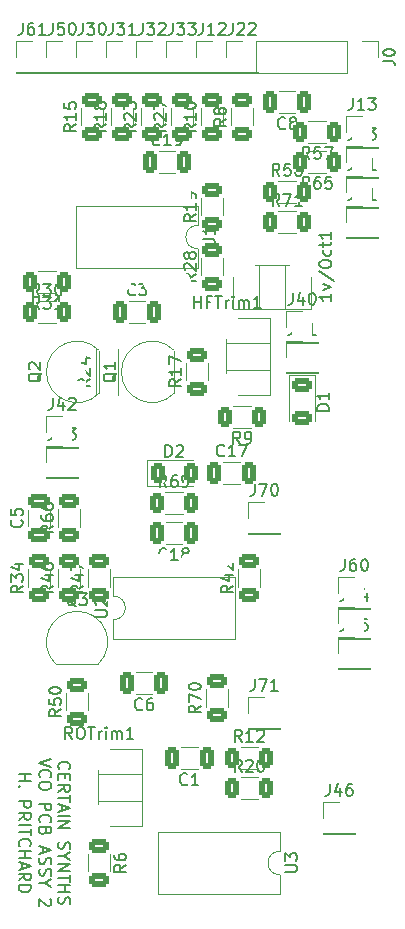
<source format=gto>
%TF.GenerationSoftware,KiCad,Pcbnew,(6.0.5)*%
%TF.CreationDate,2023-02-14T12:10:34-05:00*%
%TF.ProjectId,vco2,76636f32-2e6b-4696-9361-645f70636258,rev?*%
%TF.SameCoordinates,Original*%
%TF.FileFunction,Legend,Top*%
%TF.FilePolarity,Positive*%
%FSLAX46Y46*%
G04 Gerber Fmt 4.6, Leading zero omitted, Abs format (unit mm)*
G04 Created by KiCad (PCBNEW (6.0.5)) date 2023-02-14 12:10:34*
%MOMM*%
%LPD*%
G01*
G04 APERTURE LIST*
G04 Aperture macros list*
%AMRoundRect*
0 Rectangle with rounded corners*
0 $1 Rounding radius*
0 $2 $3 $4 $5 $6 $7 $8 $9 X,Y pos of 4 corners*
0 Add a 4 corners polygon primitive as box body*
4,1,4,$2,$3,$4,$5,$6,$7,$8,$9,$2,$3,0*
0 Add four circle primitives for the rounded corners*
1,1,$1+$1,$2,$3*
1,1,$1+$1,$4,$5*
1,1,$1+$1,$6,$7*
1,1,$1+$1,$8,$9*
0 Add four rect primitives between the rounded corners*
20,1,$1+$1,$2,$3,$4,$5,0*
20,1,$1+$1,$4,$5,$6,$7,0*
20,1,$1+$1,$6,$7,$8,$9,0*
20,1,$1+$1,$8,$9,$2,$3,0*%
G04 Aperture macros list end*
%ADD10C,0.150000*%
%ADD11C,0.120000*%
%ADD12R,1.700000X1.700000*%
%ADD13RoundRect,0.250000X-0.312500X-0.625000X0.312500X-0.625000X0.312500X0.625000X-0.312500X0.625000X0*%
%ADD14C,1.620000*%
%ADD15RoundRect,0.250000X0.625000X-0.312500X0.625000X0.312500X-0.625000X0.312500X-0.625000X-0.312500X0*%
%ADD16RoundRect,0.250000X0.312500X0.625000X-0.312500X0.625000X-0.312500X-0.625000X0.312500X-0.625000X0*%
%ADD17R,1.500000X1.050000*%
%ADD18O,1.500000X1.050000*%
%ADD19R,1.600000X1.600000*%
%ADD20O,1.600000X1.600000*%
%ADD21RoundRect,0.250000X-0.375000X-0.625000X0.375000X-0.625000X0.375000X0.625000X-0.375000X0.625000X0*%
%ADD22RoundRect,0.250000X0.325000X0.650000X-0.325000X0.650000X-0.325000X-0.650000X0.325000X-0.650000X0*%
%ADD23RoundRect,0.250000X-0.325000X-0.650000X0.325000X-0.650000X0.325000X0.650000X-0.325000X0.650000X0*%
%ADD24RoundRect,0.250000X0.650000X-0.325000X0.650000X0.325000X-0.650000X0.325000X-0.650000X-0.325000X0*%
%ADD25O,1.700000X1.700000*%
%ADD26C,1.400000*%
%ADD27O,1.400000X1.400000*%
%ADD28RoundRect,0.250000X-0.625000X0.375000X-0.625000X-0.375000X0.625000X-0.375000X0.625000X0.375000X0*%
%ADD29RoundRect,0.250000X-0.625000X0.312500X-0.625000X-0.312500X0.625000X-0.312500X0.625000X0.312500X0*%
%ADD30R,1.050000X1.500000*%
%ADD31O,1.050000X1.500000*%
G04 APERTURE END LIST*
D10*
X102417619Y-118213809D02*
X103417619Y-118213809D01*
X102941428Y-118213809D02*
X102941428Y-118785238D01*
X102417619Y-118785238D02*
X103417619Y-118785238D01*
X102512857Y-119261428D02*
X102465238Y-119309047D01*
X102417619Y-119261428D01*
X102465238Y-119213809D01*
X102512857Y-119261428D01*
X102417619Y-119261428D01*
X102417619Y-120499523D02*
X103417619Y-120499523D01*
X103417619Y-120880476D01*
X103370000Y-120975714D01*
X103322380Y-121023333D01*
X103227142Y-121070952D01*
X103084285Y-121070952D01*
X102989047Y-121023333D01*
X102941428Y-120975714D01*
X102893809Y-120880476D01*
X102893809Y-120499523D01*
X102417619Y-122070952D02*
X102893809Y-121737619D01*
X102417619Y-121499523D02*
X103417619Y-121499523D01*
X103417619Y-121880476D01*
X103370000Y-121975714D01*
X103322380Y-122023333D01*
X103227142Y-122070952D01*
X103084285Y-122070952D01*
X102989047Y-122023333D01*
X102941428Y-121975714D01*
X102893809Y-121880476D01*
X102893809Y-121499523D01*
X102417619Y-122499523D02*
X103417619Y-122499523D01*
X103417619Y-122832857D02*
X103417619Y-123404285D01*
X102417619Y-123118571D02*
X103417619Y-123118571D01*
X102512857Y-124309047D02*
X102465238Y-124261428D01*
X102417619Y-124118571D01*
X102417619Y-124023333D01*
X102465238Y-123880476D01*
X102560476Y-123785238D01*
X102655714Y-123737619D01*
X102846190Y-123690000D01*
X102989047Y-123690000D01*
X103179523Y-123737619D01*
X103274761Y-123785238D01*
X103370000Y-123880476D01*
X103417619Y-124023333D01*
X103417619Y-124118571D01*
X103370000Y-124261428D01*
X103322380Y-124309047D01*
X102417619Y-124737619D02*
X103417619Y-124737619D01*
X102941428Y-124737619D02*
X102941428Y-125309047D01*
X102417619Y-125309047D02*
X103417619Y-125309047D01*
X102703333Y-125737619D02*
X102703333Y-126213809D01*
X102417619Y-125642380D02*
X103417619Y-125975714D01*
X102417619Y-126309047D01*
X102417619Y-127213809D02*
X102893809Y-126880476D01*
X102417619Y-126642380D02*
X103417619Y-126642380D01*
X103417619Y-127023333D01*
X103370000Y-127118571D01*
X103322380Y-127166190D01*
X103227142Y-127213809D01*
X103084285Y-127213809D01*
X102989047Y-127166190D01*
X102941428Y-127118571D01*
X102893809Y-127023333D01*
X102893809Y-126642380D01*
X102417619Y-127642380D02*
X103417619Y-127642380D01*
X103417619Y-127880476D01*
X103370000Y-128023333D01*
X103274761Y-128118571D01*
X103179523Y-128166190D01*
X102989047Y-128213809D01*
X102846190Y-128213809D01*
X102655714Y-128166190D01*
X102560476Y-128118571D01*
X102465238Y-128023333D01*
X102417619Y-127880476D01*
X102417619Y-127642380D01*
X105857857Y-117785238D02*
X105810238Y-117737619D01*
X105762619Y-117594761D01*
X105762619Y-117499523D01*
X105810238Y-117356666D01*
X105905476Y-117261428D01*
X106000714Y-117213809D01*
X106191190Y-117166190D01*
X106334047Y-117166190D01*
X106524523Y-117213809D01*
X106619761Y-117261428D01*
X106715000Y-117356666D01*
X106762619Y-117499523D01*
X106762619Y-117594761D01*
X106715000Y-117737619D01*
X106667380Y-117785238D01*
X106286428Y-118213809D02*
X106286428Y-118547142D01*
X105762619Y-118690000D02*
X105762619Y-118213809D01*
X106762619Y-118213809D01*
X106762619Y-118690000D01*
X105762619Y-119690000D02*
X106238809Y-119356666D01*
X105762619Y-119118571D02*
X106762619Y-119118571D01*
X106762619Y-119499523D01*
X106715000Y-119594761D01*
X106667380Y-119642380D01*
X106572142Y-119690000D01*
X106429285Y-119690000D01*
X106334047Y-119642380D01*
X106286428Y-119594761D01*
X106238809Y-119499523D01*
X106238809Y-119118571D01*
X106762619Y-119975714D02*
X106762619Y-120547142D01*
X105762619Y-120261428D02*
X106762619Y-120261428D01*
X106048333Y-120832857D02*
X106048333Y-121309047D01*
X105762619Y-120737619D02*
X106762619Y-121070952D01*
X105762619Y-121404285D01*
X105762619Y-121737619D02*
X106762619Y-121737619D01*
X105762619Y-122213809D02*
X106762619Y-122213809D01*
X105762619Y-122785238D01*
X106762619Y-122785238D01*
X105810238Y-123975714D02*
X105762619Y-124118571D01*
X105762619Y-124356666D01*
X105810238Y-124451904D01*
X105857857Y-124499523D01*
X105953095Y-124547142D01*
X106048333Y-124547142D01*
X106143571Y-124499523D01*
X106191190Y-124451904D01*
X106238809Y-124356666D01*
X106286428Y-124166190D01*
X106334047Y-124070952D01*
X106381666Y-124023333D01*
X106476904Y-123975714D01*
X106572142Y-123975714D01*
X106667380Y-124023333D01*
X106715000Y-124070952D01*
X106762619Y-124166190D01*
X106762619Y-124404285D01*
X106715000Y-124547142D01*
X106238809Y-125166190D02*
X105762619Y-125166190D01*
X106762619Y-124832857D02*
X106238809Y-125166190D01*
X106762619Y-125499523D01*
X105762619Y-125832857D02*
X106762619Y-125832857D01*
X105762619Y-126404285D01*
X106762619Y-126404285D01*
X106762619Y-126737619D02*
X106762619Y-127309047D01*
X105762619Y-127023333D02*
X106762619Y-127023333D01*
X105762619Y-127642380D02*
X106762619Y-127642380D01*
X106286428Y-127642380D02*
X106286428Y-128213809D01*
X105762619Y-128213809D02*
X106762619Y-128213809D01*
X105810238Y-128642380D02*
X105762619Y-128785238D01*
X105762619Y-129023333D01*
X105810238Y-129118571D01*
X105857857Y-129166190D01*
X105953095Y-129213809D01*
X106048333Y-129213809D01*
X106143571Y-129166190D01*
X106191190Y-129118571D01*
X106238809Y-129023333D01*
X106286428Y-128832857D01*
X106334047Y-128737619D01*
X106381666Y-128690000D01*
X106476904Y-128642380D01*
X106572142Y-128642380D01*
X106667380Y-128690000D01*
X106715000Y-128737619D01*
X106762619Y-128832857D01*
X106762619Y-129070952D01*
X106715000Y-129213809D01*
X105152619Y-116904285D02*
X104152619Y-117237619D01*
X105152619Y-117570952D01*
X104247857Y-118475714D02*
X104200238Y-118428095D01*
X104152619Y-118285238D01*
X104152619Y-118190000D01*
X104200238Y-118047142D01*
X104295476Y-117951904D01*
X104390714Y-117904285D01*
X104581190Y-117856666D01*
X104724047Y-117856666D01*
X104914523Y-117904285D01*
X105009761Y-117951904D01*
X105105000Y-118047142D01*
X105152619Y-118190000D01*
X105152619Y-118285238D01*
X105105000Y-118428095D01*
X105057380Y-118475714D01*
X105152619Y-119094761D02*
X105152619Y-119285238D01*
X105105000Y-119380476D01*
X105009761Y-119475714D01*
X104819285Y-119523333D01*
X104485952Y-119523333D01*
X104295476Y-119475714D01*
X104200238Y-119380476D01*
X104152619Y-119285238D01*
X104152619Y-119094761D01*
X104200238Y-118999523D01*
X104295476Y-118904285D01*
X104485952Y-118856666D01*
X104819285Y-118856666D01*
X105009761Y-118904285D01*
X105105000Y-118999523D01*
X105152619Y-119094761D01*
X104152619Y-120713809D02*
X105152619Y-120713809D01*
X105152619Y-121094761D01*
X105105000Y-121190000D01*
X105057380Y-121237619D01*
X104962142Y-121285238D01*
X104819285Y-121285238D01*
X104724047Y-121237619D01*
X104676428Y-121190000D01*
X104628809Y-121094761D01*
X104628809Y-120713809D01*
X104247857Y-122285238D02*
X104200238Y-122237619D01*
X104152619Y-122094761D01*
X104152619Y-121999523D01*
X104200238Y-121856666D01*
X104295476Y-121761428D01*
X104390714Y-121713809D01*
X104581190Y-121666190D01*
X104724047Y-121666190D01*
X104914523Y-121713809D01*
X105009761Y-121761428D01*
X105105000Y-121856666D01*
X105152619Y-121999523D01*
X105152619Y-122094761D01*
X105105000Y-122237619D01*
X105057380Y-122285238D01*
X104676428Y-123047142D02*
X104628809Y-123190000D01*
X104581190Y-123237619D01*
X104485952Y-123285238D01*
X104343095Y-123285238D01*
X104247857Y-123237619D01*
X104200238Y-123190000D01*
X104152619Y-123094761D01*
X104152619Y-122713809D01*
X105152619Y-122713809D01*
X105152619Y-123047142D01*
X105105000Y-123142380D01*
X105057380Y-123190000D01*
X104962142Y-123237619D01*
X104866904Y-123237619D01*
X104771666Y-123190000D01*
X104724047Y-123142380D01*
X104676428Y-123047142D01*
X104676428Y-122713809D01*
X104438333Y-124428095D02*
X104438333Y-124904285D01*
X104152619Y-124332857D02*
X105152619Y-124666190D01*
X104152619Y-124999523D01*
X104200238Y-125285238D02*
X104152619Y-125428095D01*
X104152619Y-125666190D01*
X104200238Y-125761428D01*
X104247857Y-125809047D01*
X104343095Y-125856666D01*
X104438333Y-125856666D01*
X104533571Y-125809047D01*
X104581190Y-125761428D01*
X104628809Y-125666190D01*
X104676428Y-125475714D01*
X104724047Y-125380476D01*
X104771666Y-125332857D01*
X104866904Y-125285238D01*
X104962142Y-125285238D01*
X105057380Y-125332857D01*
X105105000Y-125380476D01*
X105152619Y-125475714D01*
X105152619Y-125713809D01*
X105105000Y-125856666D01*
X104200238Y-126237619D02*
X104152619Y-126380476D01*
X104152619Y-126618571D01*
X104200238Y-126713809D01*
X104247857Y-126761428D01*
X104343095Y-126809047D01*
X104438333Y-126809047D01*
X104533571Y-126761428D01*
X104581190Y-126713809D01*
X104628809Y-126618571D01*
X104676428Y-126428095D01*
X104724047Y-126332857D01*
X104771666Y-126285238D01*
X104866904Y-126237619D01*
X104962142Y-126237619D01*
X105057380Y-126285238D01*
X105105000Y-126332857D01*
X105152619Y-126428095D01*
X105152619Y-126666190D01*
X105105000Y-126809047D01*
X104628809Y-127428095D02*
X104152619Y-127428095D01*
X105152619Y-127094761D02*
X104628809Y-127428095D01*
X105152619Y-127761428D01*
X105057380Y-128809047D02*
X105105000Y-128856666D01*
X105152619Y-128951904D01*
X105152619Y-129189999D01*
X105105000Y-129285238D01*
X105057380Y-129332857D01*
X104962142Y-129380476D01*
X104866904Y-129380476D01*
X104724047Y-129332857D01*
X104152619Y-128761428D01*
X104152619Y-129380476D01*
%TO.C,J44*%
X130000476Y-102542380D02*
X130000476Y-103256666D01*
X129952857Y-103399523D01*
X129857619Y-103494761D01*
X129714761Y-103542380D01*
X129619523Y-103542380D01*
X130905238Y-102875714D02*
X130905238Y-103542380D01*
X130667142Y-102494761D02*
X130429047Y-103209047D01*
X131048095Y-103209047D01*
X131857619Y-102875714D02*
X131857619Y-103542380D01*
X131619523Y-102494761D02*
X131381428Y-103209047D01*
X132000476Y-103209047D01*
%TO.C,R71*%
X124484642Y-70092380D02*
X124151309Y-69616190D01*
X123913214Y-70092380D02*
X123913214Y-69092380D01*
X124294166Y-69092380D01*
X124389404Y-69140000D01*
X124437023Y-69187619D01*
X124484642Y-69282857D01*
X124484642Y-69425714D01*
X124437023Y-69520952D01*
X124389404Y-69568571D01*
X124294166Y-69616190D01*
X123913214Y-69616190D01*
X124817976Y-69092380D02*
X125484642Y-69092380D01*
X125056071Y-70092380D01*
X126389404Y-70092380D02*
X125817976Y-70092380D01*
X126103690Y-70092380D02*
X126103690Y-69092380D01*
X126008452Y-69235238D01*
X125913214Y-69330476D01*
X125817976Y-69378095D01*
%TO.C,ROTrim1*%
X106934285Y-115232380D02*
X106600952Y-114756190D01*
X106362857Y-115232380D02*
X106362857Y-114232380D01*
X106743809Y-114232380D01*
X106839047Y-114280000D01*
X106886666Y-114327619D01*
X106934285Y-114422857D01*
X106934285Y-114565714D01*
X106886666Y-114660952D01*
X106839047Y-114708571D01*
X106743809Y-114756190D01*
X106362857Y-114756190D01*
X107553333Y-114232380D02*
X107743809Y-114232380D01*
X107839047Y-114280000D01*
X107934285Y-114375238D01*
X107981904Y-114565714D01*
X107981904Y-114899047D01*
X107934285Y-115089523D01*
X107839047Y-115184761D01*
X107743809Y-115232380D01*
X107553333Y-115232380D01*
X107458095Y-115184761D01*
X107362857Y-115089523D01*
X107315238Y-114899047D01*
X107315238Y-114565714D01*
X107362857Y-114375238D01*
X107458095Y-114280000D01*
X107553333Y-114232380D01*
X108267619Y-114232380D02*
X108839047Y-114232380D01*
X108553333Y-115232380D02*
X108553333Y-114232380D01*
X109172380Y-115232380D02*
X109172380Y-114565714D01*
X109172380Y-114756190D02*
X109220000Y-114660952D01*
X109267619Y-114613333D01*
X109362857Y-114565714D01*
X109458095Y-114565714D01*
X109791428Y-115232380D02*
X109791428Y-114565714D01*
X109791428Y-114232380D02*
X109743809Y-114280000D01*
X109791428Y-114327619D01*
X109839047Y-114280000D01*
X109791428Y-114232380D01*
X109791428Y-114327619D01*
X110267619Y-115232380D02*
X110267619Y-114565714D01*
X110267619Y-114660952D02*
X110315238Y-114613333D01*
X110410476Y-114565714D01*
X110553333Y-114565714D01*
X110648571Y-114613333D01*
X110696190Y-114708571D01*
X110696190Y-115232380D01*
X110696190Y-114708571D02*
X110743809Y-114613333D01*
X110839047Y-114565714D01*
X110981904Y-114565714D01*
X111077142Y-114613333D01*
X111124761Y-114708571D01*
X111124761Y-115232380D01*
X112124761Y-115232380D02*
X111553333Y-115232380D01*
X111839047Y-115232380D02*
X111839047Y-114232380D01*
X111743809Y-114375238D01*
X111648571Y-114470476D01*
X111553333Y-114518095D01*
%TO.C,R15*%
X107249880Y-63212857D02*
X106773690Y-63546190D01*
X107249880Y-63784285D02*
X106249880Y-63784285D01*
X106249880Y-63403333D01*
X106297500Y-63308095D01*
X106345119Y-63260476D01*
X106440357Y-63212857D01*
X106583214Y-63212857D01*
X106678452Y-63260476D01*
X106726071Y-63308095D01*
X106773690Y-63403333D01*
X106773690Y-63784285D01*
X107249880Y-62260476D02*
X107249880Y-62831904D01*
X107249880Y-62546190D02*
X106249880Y-62546190D01*
X106392738Y-62641428D01*
X106487976Y-62736666D01*
X106535595Y-62831904D01*
X106249880Y-61355714D02*
X106249880Y-61831904D01*
X106726071Y-61879523D01*
X106678452Y-61831904D01*
X106630833Y-61736666D01*
X106630833Y-61498571D01*
X106678452Y-61403333D01*
X106726071Y-61355714D01*
X106821309Y-61308095D01*
X107059404Y-61308095D01*
X107154642Y-61355714D01*
X107202261Y-61403333D01*
X107249880Y-61498571D01*
X107249880Y-61736666D01*
X107202261Y-61831904D01*
X107154642Y-61879523D01*
%TO.C,J45*%
X130000476Y-105072380D02*
X130000476Y-105786666D01*
X129952857Y-105929523D01*
X129857619Y-106024761D01*
X129714761Y-106072380D01*
X129619523Y-106072380D01*
X130905238Y-105405714D02*
X130905238Y-106072380D01*
X130667142Y-105024761D02*
X130429047Y-105739047D01*
X131048095Y-105739047D01*
X131905238Y-105072380D02*
X131429047Y-105072380D01*
X131381428Y-105548571D01*
X131429047Y-105500952D01*
X131524285Y-105453333D01*
X131762380Y-105453333D01*
X131857619Y-105500952D01*
X131905238Y-105548571D01*
X131952857Y-105643809D01*
X131952857Y-105881904D01*
X131905238Y-105977142D01*
X131857619Y-106024761D01*
X131762380Y-106072380D01*
X131524285Y-106072380D01*
X131429047Y-106024761D01*
X131381428Y-105977142D01*
%TO.C,R20*%
X121277142Y-118012380D02*
X120943809Y-117536190D01*
X120705714Y-118012380D02*
X120705714Y-117012380D01*
X121086666Y-117012380D01*
X121181904Y-117060000D01*
X121229523Y-117107619D01*
X121277142Y-117202857D01*
X121277142Y-117345714D01*
X121229523Y-117440952D01*
X121181904Y-117488571D01*
X121086666Y-117536190D01*
X120705714Y-117536190D01*
X121658095Y-117107619D02*
X121705714Y-117060000D01*
X121800952Y-117012380D01*
X122039047Y-117012380D01*
X122134285Y-117060000D01*
X122181904Y-117107619D01*
X122229523Y-117202857D01*
X122229523Y-117298095D01*
X122181904Y-117440952D01*
X121610476Y-118012380D01*
X122229523Y-118012380D01*
X122848571Y-117012380D02*
X122943809Y-117012380D01*
X123039047Y-117060000D01*
X123086666Y-117107619D01*
X123134285Y-117202857D01*
X123181904Y-117393333D01*
X123181904Y-117631428D01*
X123134285Y-117821904D01*
X123086666Y-117917142D01*
X123039047Y-117964761D01*
X122943809Y-118012380D01*
X122848571Y-118012380D01*
X122753333Y-117964761D01*
X122705714Y-117917142D01*
X122658095Y-117821904D01*
X122610476Y-117631428D01*
X122610476Y-117393333D01*
X122658095Y-117202857D01*
X122705714Y-117107619D01*
X122753333Y-117060000D01*
X122848571Y-117012380D01*
%TO.C,1v/Oct1*%
X128869880Y-77548333D02*
X128869880Y-78119761D01*
X128869880Y-77834047D02*
X127869880Y-77834047D01*
X128012738Y-77929285D01*
X128107976Y-78024523D01*
X128155595Y-78119761D01*
X128203214Y-77215000D02*
X128869880Y-76976904D01*
X128203214Y-76738809D01*
X127822261Y-75643571D02*
X129107976Y-76500714D01*
X127869880Y-75119761D02*
X127869880Y-74929285D01*
X127917500Y-74834047D01*
X128012738Y-74738809D01*
X128203214Y-74691190D01*
X128536547Y-74691190D01*
X128727023Y-74738809D01*
X128822261Y-74834047D01*
X128869880Y-74929285D01*
X128869880Y-75119761D01*
X128822261Y-75215000D01*
X128727023Y-75310238D01*
X128536547Y-75357857D01*
X128203214Y-75357857D01*
X128012738Y-75310238D01*
X127917500Y-75215000D01*
X127869880Y-75119761D01*
X128822261Y-73834047D02*
X128869880Y-73929285D01*
X128869880Y-74119761D01*
X128822261Y-74215000D01*
X128774642Y-74262619D01*
X128679404Y-74310238D01*
X128393690Y-74310238D01*
X128298452Y-74262619D01*
X128250833Y-74215000D01*
X128203214Y-74119761D01*
X128203214Y-73929285D01*
X128250833Y-73834047D01*
X128203214Y-73548333D02*
X128203214Y-73167380D01*
X127869880Y-73405476D02*
X128727023Y-73405476D01*
X128822261Y-73357857D01*
X128869880Y-73262619D01*
X128869880Y-73167380D01*
X128869880Y-72310238D02*
X128869880Y-72881666D01*
X128869880Y-72595952D02*
X127869880Y-72595952D01*
X128012738Y-72691190D01*
X128107976Y-72786428D01*
X128155595Y-72881666D01*
%TO.C,R57*%
X127024642Y-66112380D02*
X126691309Y-65636190D01*
X126453214Y-66112380D02*
X126453214Y-65112380D01*
X126834166Y-65112380D01*
X126929404Y-65160000D01*
X126977023Y-65207619D01*
X127024642Y-65302857D01*
X127024642Y-65445714D01*
X126977023Y-65540952D01*
X126929404Y-65588571D01*
X126834166Y-65636190D01*
X126453214Y-65636190D01*
X127929404Y-65112380D02*
X127453214Y-65112380D01*
X127405595Y-65588571D01*
X127453214Y-65540952D01*
X127548452Y-65493333D01*
X127786547Y-65493333D01*
X127881785Y-65540952D01*
X127929404Y-65588571D01*
X127977023Y-65683809D01*
X127977023Y-65921904D01*
X127929404Y-66017142D01*
X127881785Y-66064761D01*
X127786547Y-66112380D01*
X127548452Y-66112380D01*
X127453214Y-66064761D01*
X127405595Y-66017142D01*
X128310357Y-65112380D02*
X128977023Y-65112380D01*
X128548452Y-66112380D01*
%TO.C,R47*%
X107842380Y-102252857D02*
X107366190Y-102586190D01*
X107842380Y-102824285D02*
X106842380Y-102824285D01*
X106842380Y-102443333D01*
X106890000Y-102348095D01*
X106937619Y-102300476D01*
X107032857Y-102252857D01*
X107175714Y-102252857D01*
X107270952Y-102300476D01*
X107318571Y-102348095D01*
X107366190Y-102443333D01*
X107366190Y-102824285D01*
X107175714Y-101395714D02*
X107842380Y-101395714D01*
X106794761Y-101633809D02*
X107509047Y-101871904D01*
X107509047Y-101252857D01*
X106842380Y-100967142D02*
X106842380Y-100300476D01*
X107842380Y-100729047D01*
%TO.C,R17*%
X116139880Y-84802857D02*
X115663690Y-85136190D01*
X116139880Y-85374285D02*
X115139880Y-85374285D01*
X115139880Y-84993333D01*
X115187500Y-84898095D01*
X115235119Y-84850476D01*
X115330357Y-84802857D01*
X115473214Y-84802857D01*
X115568452Y-84850476D01*
X115616071Y-84898095D01*
X115663690Y-84993333D01*
X115663690Y-85374285D01*
X116139880Y-83850476D02*
X116139880Y-84421904D01*
X116139880Y-84136190D02*
X115139880Y-84136190D01*
X115282738Y-84231428D01*
X115377976Y-84326666D01*
X115425595Y-84421904D01*
X115139880Y-83517142D02*
X115139880Y-82850476D01*
X116139880Y-83279047D01*
%TO.C,Q2*%
X104335119Y-84255238D02*
X104287500Y-84350476D01*
X104192261Y-84445714D01*
X104049404Y-84588571D01*
X104001785Y-84683809D01*
X104001785Y-84779047D01*
X104239880Y-84731428D02*
X104192261Y-84826666D01*
X104097023Y-84921904D01*
X103906547Y-84969523D01*
X103573214Y-84969523D01*
X103382738Y-84921904D01*
X103287500Y-84826666D01*
X103239880Y-84731428D01*
X103239880Y-84540952D01*
X103287500Y-84445714D01*
X103382738Y-84350476D01*
X103573214Y-84302857D01*
X103906547Y-84302857D01*
X104097023Y-84350476D01*
X104192261Y-84445714D01*
X104239880Y-84540952D01*
X104239880Y-84731428D01*
X103335119Y-83921904D02*
X103287500Y-83874285D01*
X103239880Y-83779047D01*
X103239880Y-83540952D01*
X103287500Y-83445714D01*
X103335119Y-83398095D01*
X103430357Y-83350476D01*
X103525595Y-83350476D01*
X103668452Y-83398095D01*
X104239880Y-83969523D01*
X104239880Y-83350476D01*
%TO.C,R65*%
X127024642Y-68652380D02*
X126691309Y-68176190D01*
X126453214Y-68652380D02*
X126453214Y-67652380D01*
X126834166Y-67652380D01*
X126929404Y-67700000D01*
X126977023Y-67747619D01*
X127024642Y-67842857D01*
X127024642Y-67985714D01*
X126977023Y-68080952D01*
X126929404Y-68128571D01*
X126834166Y-68176190D01*
X126453214Y-68176190D01*
X127881785Y-67652380D02*
X127691309Y-67652380D01*
X127596071Y-67700000D01*
X127548452Y-67747619D01*
X127453214Y-67890476D01*
X127405595Y-68080952D01*
X127405595Y-68461904D01*
X127453214Y-68557142D01*
X127500833Y-68604761D01*
X127596071Y-68652380D01*
X127786547Y-68652380D01*
X127881785Y-68604761D01*
X127929404Y-68557142D01*
X127977023Y-68461904D01*
X127977023Y-68223809D01*
X127929404Y-68128571D01*
X127881785Y-68080952D01*
X127786547Y-68033333D01*
X127596071Y-68033333D01*
X127500833Y-68080952D01*
X127453214Y-68128571D01*
X127405595Y-68223809D01*
X128881785Y-67652380D02*
X128405595Y-67652380D01*
X128357976Y-68128571D01*
X128405595Y-68080952D01*
X128500833Y-68033333D01*
X128738928Y-68033333D01*
X128834166Y-68080952D01*
X128881785Y-68128571D01*
X128929404Y-68223809D01*
X128929404Y-68461904D01*
X128881785Y-68557142D01*
X128834166Y-68604761D01*
X128738928Y-68652380D01*
X128500833Y-68652380D01*
X128405595Y-68604761D01*
X128357976Y-68557142D01*
%TO.C,J40*%
X125587976Y-77472380D02*
X125587976Y-78186666D01*
X125540357Y-78329523D01*
X125445119Y-78424761D01*
X125302261Y-78472380D01*
X125207023Y-78472380D01*
X126492738Y-77805714D02*
X126492738Y-78472380D01*
X126254642Y-77424761D02*
X126016547Y-78139047D01*
X126635595Y-78139047D01*
X127207023Y-77472380D02*
X127302261Y-77472380D01*
X127397500Y-77520000D01*
X127445119Y-77567619D01*
X127492738Y-77662857D01*
X127540357Y-77853333D01*
X127540357Y-78091428D01*
X127492738Y-78281904D01*
X127445119Y-78377142D01*
X127397500Y-78424761D01*
X127302261Y-78472380D01*
X127207023Y-78472380D01*
X127111785Y-78424761D01*
X127064166Y-78377142D01*
X127016547Y-78281904D01*
X126968928Y-78091428D01*
X126968928Y-77853333D01*
X127016547Y-77662857D01*
X127064166Y-77567619D01*
X127111785Y-77520000D01*
X127207023Y-77472380D01*
%TO.C,R34*%
X102762380Y-102252857D02*
X102286190Y-102586190D01*
X102762380Y-102824285D02*
X101762380Y-102824285D01*
X101762380Y-102443333D01*
X101810000Y-102348095D01*
X101857619Y-102300476D01*
X101952857Y-102252857D01*
X102095714Y-102252857D01*
X102190952Y-102300476D01*
X102238571Y-102348095D01*
X102286190Y-102443333D01*
X102286190Y-102824285D01*
X101762380Y-101919523D02*
X101762380Y-101300476D01*
X102143333Y-101633809D01*
X102143333Y-101490952D01*
X102190952Y-101395714D01*
X102238571Y-101348095D01*
X102333809Y-101300476D01*
X102571904Y-101300476D01*
X102667142Y-101348095D01*
X102714761Y-101395714D01*
X102762380Y-101490952D01*
X102762380Y-101776666D01*
X102714761Y-101871904D01*
X102667142Y-101919523D01*
X102095714Y-100443333D02*
X102762380Y-100443333D01*
X101714761Y-100681428D02*
X102429047Y-100919523D01*
X102429047Y-100300476D01*
%TO.C,J33*%
X115427976Y-54612380D02*
X115427976Y-55326666D01*
X115380357Y-55469523D01*
X115285119Y-55564761D01*
X115142261Y-55612380D01*
X115047023Y-55612380D01*
X115808928Y-54612380D02*
X116427976Y-54612380D01*
X116094642Y-54993333D01*
X116237500Y-54993333D01*
X116332738Y-55040952D01*
X116380357Y-55088571D01*
X116427976Y-55183809D01*
X116427976Y-55421904D01*
X116380357Y-55517142D01*
X116332738Y-55564761D01*
X116237500Y-55612380D01*
X115951785Y-55612380D01*
X115856547Y-55564761D01*
X115808928Y-55517142D01*
X116761309Y-54612380D02*
X117380357Y-54612380D01*
X117047023Y-54993333D01*
X117189880Y-54993333D01*
X117285119Y-55040952D01*
X117332738Y-55088571D01*
X117380357Y-55183809D01*
X117380357Y-55421904D01*
X117332738Y-55517142D01*
X117285119Y-55564761D01*
X117189880Y-55612380D01*
X116904166Y-55612380D01*
X116808928Y-55564761D01*
X116761309Y-55517142D01*
%TO.C,U2*%
X108882380Y-104901904D02*
X109691904Y-104901904D01*
X109787142Y-104854285D01*
X109834761Y-104806666D01*
X109882380Y-104711428D01*
X109882380Y-104520952D01*
X109834761Y-104425714D01*
X109787142Y-104378095D01*
X109691904Y-104330476D01*
X108882380Y-104330476D01*
X108977619Y-103901904D02*
X108930000Y-103854285D01*
X108882380Y-103759047D01*
X108882380Y-103520952D01*
X108930000Y-103425714D01*
X108977619Y-103378095D01*
X109072857Y-103330476D01*
X109168095Y-103330476D01*
X109310952Y-103378095D01*
X109882380Y-103949523D01*
X109882380Y-103330476D01*
%TO.C,R9*%
X121150833Y-90242380D02*
X120817500Y-89766190D01*
X120579404Y-90242380D02*
X120579404Y-89242380D01*
X120960357Y-89242380D01*
X121055595Y-89290000D01*
X121103214Y-89337619D01*
X121150833Y-89432857D01*
X121150833Y-89575714D01*
X121103214Y-89670952D01*
X121055595Y-89718571D01*
X120960357Y-89766190D01*
X120579404Y-89766190D01*
X121627023Y-90242380D02*
X121817500Y-90242380D01*
X121912738Y-90194761D01*
X121960357Y-90147142D01*
X122055595Y-90004285D01*
X122103214Y-89813809D01*
X122103214Y-89432857D01*
X122055595Y-89337619D01*
X122007976Y-89290000D01*
X121912738Y-89242380D01*
X121722261Y-89242380D01*
X121627023Y-89290000D01*
X121579404Y-89337619D01*
X121531785Y-89432857D01*
X121531785Y-89670952D01*
X121579404Y-89766190D01*
X121627023Y-89813809D01*
X121722261Y-89861428D01*
X121912738Y-89861428D01*
X122007976Y-89813809D01*
X122055595Y-89766190D01*
X122103214Y-89670952D01*
%TO.C,D2*%
X114821904Y-91352380D02*
X114821904Y-90352380D01*
X115060000Y-90352380D01*
X115202857Y-90400000D01*
X115298095Y-90495238D01*
X115345714Y-90590476D01*
X115393333Y-90780952D01*
X115393333Y-90923809D01*
X115345714Y-91114285D01*
X115298095Y-91209523D01*
X115202857Y-91304761D01*
X115060000Y-91352380D01*
X114821904Y-91352380D01*
X115774285Y-90447619D02*
X115821904Y-90400000D01*
X115917142Y-90352380D01*
X116155238Y-90352380D01*
X116250476Y-90400000D01*
X116298095Y-90447619D01*
X116345714Y-90542857D01*
X116345714Y-90638095D01*
X116298095Y-90780952D01*
X115726666Y-91352380D01*
X116345714Y-91352380D01*
%TO.C,R46*%
X105302380Y-102252857D02*
X104826190Y-102586190D01*
X105302380Y-102824285D02*
X104302380Y-102824285D01*
X104302380Y-102443333D01*
X104350000Y-102348095D01*
X104397619Y-102300476D01*
X104492857Y-102252857D01*
X104635714Y-102252857D01*
X104730952Y-102300476D01*
X104778571Y-102348095D01*
X104826190Y-102443333D01*
X104826190Y-102824285D01*
X104635714Y-101395714D02*
X105302380Y-101395714D01*
X104254761Y-101633809D02*
X104969047Y-101871904D01*
X104969047Y-101252857D01*
X104302380Y-100443333D02*
X104302380Y-100633809D01*
X104350000Y-100729047D01*
X104397619Y-100776666D01*
X104540476Y-100871904D01*
X104730952Y-100919523D01*
X105111904Y-100919523D01*
X105207142Y-100871904D01*
X105254761Y-100824285D01*
X105302380Y-100729047D01*
X105302380Y-100538571D01*
X105254761Y-100443333D01*
X105207142Y-100395714D01*
X105111904Y-100348095D01*
X104873809Y-100348095D01*
X104778571Y-100395714D01*
X104730952Y-100443333D01*
X104683333Y-100538571D01*
X104683333Y-100729047D01*
X104730952Y-100824285D01*
X104778571Y-100871904D01*
X104873809Y-100919523D01*
%TO.C,C6*%
X112853333Y-112707142D02*
X112805714Y-112754761D01*
X112662857Y-112802380D01*
X112567619Y-112802380D01*
X112424761Y-112754761D01*
X112329523Y-112659523D01*
X112281904Y-112564285D01*
X112234285Y-112373809D01*
X112234285Y-112230952D01*
X112281904Y-112040476D01*
X112329523Y-111945238D01*
X112424761Y-111850000D01*
X112567619Y-111802380D01*
X112662857Y-111802380D01*
X112805714Y-111850000D01*
X112853333Y-111897619D01*
X113710476Y-111802380D02*
X113520000Y-111802380D01*
X113424761Y-111850000D01*
X113377142Y-111897619D01*
X113281904Y-112040476D01*
X113234285Y-112230952D01*
X113234285Y-112611904D01*
X113281904Y-112707142D01*
X113329523Y-112754761D01*
X113424761Y-112802380D01*
X113615238Y-112802380D01*
X113710476Y-112754761D01*
X113758095Y-112707142D01*
X113805714Y-112611904D01*
X113805714Y-112373809D01*
X113758095Y-112278571D01*
X113710476Y-112230952D01*
X113615238Y-112183333D01*
X113424761Y-112183333D01*
X113329523Y-112230952D01*
X113281904Y-112278571D01*
X113234285Y-112373809D01*
%TO.C,R50*%
X105979880Y-112742857D02*
X105503690Y-113076190D01*
X105979880Y-113314285D02*
X104979880Y-113314285D01*
X104979880Y-112933333D01*
X105027500Y-112838095D01*
X105075119Y-112790476D01*
X105170357Y-112742857D01*
X105313214Y-112742857D01*
X105408452Y-112790476D01*
X105456071Y-112838095D01*
X105503690Y-112933333D01*
X105503690Y-113314285D01*
X104979880Y-111838095D02*
X104979880Y-112314285D01*
X105456071Y-112361904D01*
X105408452Y-112314285D01*
X105360833Y-112219047D01*
X105360833Y-111980952D01*
X105408452Y-111885714D01*
X105456071Y-111838095D01*
X105551309Y-111790476D01*
X105789404Y-111790476D01*
X105884642Y-111838095D01*
X105932261Y-111885714D01*
X105979880Y-111980952D01*
X105979880Y-112219047D01*
X105932261Y-112314285D01*
X105884642Y-112361904D01*
X104979880Y-111171428D02*
X104979880Y-111076190D01*
X105027500Y-110980952D01*
X105075119Y-110933333D01*
X105170357Y-110885714D01*
X105360833Y-110838095D01*
X105598928Y-110838095D01*
X105789404Y-110885714D01*
X105884642Y-110933333D01*
X105932261Y-110980952D01*
X105979880Y-111076190D01*
X105979880Y-111171428D01*
X105932261Y-111266666D01*
X105884642Y-111314285D01*
X105789404Y-111361904D01*
X105598928Y-111409523D01*
X105360833Y-111409523D01*
X105170357Y-111361904D01*
X105075119Y-111314285D01*
X105027500Y-111266666D01*
X104979880Y-111171428D01*
%TO.C,J21*%
X130667976Y-68582380D02*
X130667976Y-69296666D01*
X130620357Y-69439523D01*
X130525119Y-69534761D01*
X130382261Y-69582380D01*
X130287023Y-69582380D01*
X131096547Y-68677619D02*
X131144166Y-68630000D01*
X131239404Y-68582380D01*
X131477500Y-68582380D01*
X131572738Y-68630000D01*
X131620357Y-68677619D01*
X131667976Y-68772857D01*
X131667976Y-68868095D01*
X131620357Y-69010952D01*
X131048928Y-69582380D01*
X131667976Y-69582380D01*
X132620357Y-69582380D02*
X132048928Y-69582380D01*
X132334642Y-69582380D02*
X132334642Y-68582380D01*
X132239404Y-68725238D01*
X132144166Y-68820476D01*
X132048928Y-68868095D01*
%TO.C,R10*%
X117409880Y-63212857D02*
X116933690Y-63546190D01*
X117409880Y-63784285D02*
X116409880Y-63784285D01*
X116409880Y-63403333D01*
X116457500Y-63308095D01*
X116505119Y-63260476D01*
X116600357Y-63212857D01*
X116743214Y-63212857D01*
X116838452Y-63260476D01*
X116886071Y-63308095D01*
X116933690Y-63403333D01*
X116933690Y-63784285D01*
X117409880Y-62260476D02*
X117409880Y-62831904D01*
X117409880Y-62546190D02*
X116409880Y-62546190D01*
X116552738Y-62641428D01*
X116647976Y-62736666D01*
X116695595Y-62831904D01*
X116409880Y-61641428D02*
X116409880Y-61546190D01*
X116457500Y-61450952D01*
X116505119Y-61403333D01*
X116600357Y-61355714D01*
X116790833Y-61308095D01*
X117028928Y-61308095D01*
X117219404Y-61355714D01*
X117314642Y-61403333D01*
X117362261Y-61450952D01*
X117409880Y-61546190D01*
X117409880Y-61641428D01*
X117362261Y-61736666D01*
X117314642Y-61784285D01*
X117219404Y-61831904D01*
X117028928Y-61879523D01*
X116790833Y-61879523D01*
X116600357Y-61831904D01*
X116505119Y-61784285D01*
X116457500Y-61736666D01*
X116409880Y-61641428D01*
%TO.C,J43*%
X105267976Y-88902380D02*
X105267976Y-89616666D01*
X105220357Y-89759523D01*
X105125119Y-89854761D01*
X104982261Y-89902380D01*
X104887023Y-89902380D01*
X106172738Y-89235714D02*
X106172738Y-89902380D01*
X105934642Y-88854761D02*
X105696547Y-89569047D01*
X106315595Y-89569047D01*
X106601309Y-88902380D02*
X107220357Y-88902380D01*
X106887023Y-89283333D01*
X107029880Y-89283333D01*
X107125119Y-89330952D01*
X107172738Y-89378571D01*
X107220357Y-89473809D01*
X107220357Y-89711904D01*
X107172738Y-89807142D01*
X107125119Y-89854761D01*
X107029880Y-89902380D01*
X106744166Y-89902380D01*
X106648928Y-89854761D01*
X106601309Y-89807142D01*
%TO.C,R27*%
X114869880Y-63212857D02*
X114393690Y-63546190D01*
X114869880Y-63784285D02*
X113869880Y-63784285D01*
X113869880Y-63403333D01*
X113917500Y-63308095D01*
X113965119Y-63260476D01*
X114060357Y-63212857D01*
X114203214Y-63212857D01*
X114298452Y-63260476D01*
X114346071Y-63308095D01*
X114393690Y-63403333D01*
X114393690Y-63784285D01*
X113965119Y-62831904D02*
X113917500Y-62784285D01*
X113869880Y-62689047D01*
X113869880Y-62450952D01*
X113917500Y-62355714D01*
X113965119Y-62308095D01*
X114060357Y-62260476D01*
X114155595Y-62260476D01*
X114298452Y-62308095D01*
X114869880Y-62879523D01*
X114869880Y-62260476D01*
X113869880Y-61927142D02*
X113869880Y-61260476D01*
X114869880Y-61689047D01*
%TO.C,C19*%
X114324642Y-64887142D02*
X114277023Y-64934761D01*
X114134166Y-64982380D01*
X114038928Y-64982380D01*
X113896071Y-64934761D01*
X113800833Y-64839523D01*
X113753214Y-64744285D01*
X113705595Y-64553809D01*
X113705595Y-64410952D01*
X113753214Y-64220476D01*
X113800833Y-64125238D01*
X113896071Y-64030000D01*
X114038928Y-63982380D01*
X114134166Y-63982380D01*
X114277023Y-64030000D01*
X114324642Y-64077619D01*
X115277023Y-64982380D02*
X114705595Y-64982380D01*
X114991309Y-64982380D02*
X114991309Y-63982380D01*
X114896071Y-64125238D01*
X114800833Y-64220476D01*
X114705595Y-64268095D01*
X115753214Y-64982380D02*
X115943690Y-64982380D01*
X116038928Y-64934761D01*
X116086547Y-64887142D01*
X116181785Y-64744285D01*
X116229404Y-64553809D01*
X116229404Y-64172857D01*
X116181785Y-64077619D01*
X116134166Y-64030000D01*
X116038928Y-63982380D01*
X115848452Y-63982380D01*
X115753214Y-64030000D01*
X115705595Y-64077619D01*
X115657976Y-64172857D01*
X115657976Y-64410952D01*
X115705595Y-64506190D01*
X115753214Y-64553809D01*
X115848452Y-64601428D01*
X116038928Y-64601428D01*
X116134166Y-64553809D01*
X116181785Y-64506190D01*
X116229404Y-64410952D01*
%TO.C,J50*%
X105267976Y-54612380D02*
X105267976Y-55326666D01*
X105220357Y-55469523D01*
X105125119Y-55564761D01*
X104982261Y-55612380D01*
X104887023Y-55612380D01*
X106220357Y-54612380D02*
X105744166Y-54612380D01*
X105696547Y-55088571D01*
X105744166Y-55040952D01*
X105839404Y-54993333D01*
X106077500Y-54993333D01*
X106172738Y-55040952D01*
X106220357Y-55088571D01*
X106267976Y-55183809D01*
X106267976Y-55421904D01*
X106220357Y-55517142D01*
X106172738Y-55564761D01*
X106077500Y-55612380D01*
X105839404Y-55612380D01*
X105744166Y-55564761D01*
X105696547Y-55517142D01*
X106887023Y-54612380D02*
X106982261Y-54612380D01*
X107077500Y-54660000D01*
X107125119Y-54707619D01*
X107172738Y-54802857D01*
X107220357Y-54993333D01*
X107220357Y-55231428D01*
X107172738Y-55421904D01*
X107125119Y-55517142D01*
X107077500Y-55564761D01*
X106982261Y-55612380D01*
X106887023Y-55612380D01*
X106791785Y-55564761D01*
X106744166Y-55517142D01*
X106696547Y-55421904D01*
X106648928Y-55231428D01*
X106648928Y-54993333D01*
X106696547Y-54802857D01*
X106744166Y-54707619D01*
X106791785Y-54660000D01*
X106887023Y-54612380D01*
%TO.C,R66*%
X105302380Y-97172857D02*
X104826190Y-97506190D01*
X105302380Y-97744285D02*
X104302380Y-97744285D01*
X104302380Y-97363333D01*
X104350000Y-97268095D01*
X104397619Y-97220476D01*
X104492857Y-97172857D01*
X104635714Y-97172857D01*
X104730952Y-97220476D01*
X104778571Y-97268095D01*
X104826190Y-97363333D01*
X104826190Y-97744285D01*
X104302380Y-96315714D02*
X104302380Y-96506190D01*
X104350000Y-96601428D01*
X104397619Y-96649047D01*
X104540476Y-96744285D01*
X104730952Y-96791904D01*
X105111904Y-96791904D01*
X105207142Y-96744285D01*
X105254761Y-96696666D01*
X105302380Y-96601428D01*
X105302380Y-96410952D01*
X105254761Y-96315714D01*
X105207142Y-96268095D01*
X105111904Y-96220476D01*
X104873809Y-96220476D01*
X104778571Y-96268095D01*
X104730952Y-96315714D01*
X104683333Y-96410952D01*
X104683333Y-96601428D01*
X104730952Y-96696666D01*
X104778571Y-96744285D01*
X104873809Y-96791904D01*
X104302380Y-95363333D02*
X104302380Y-95553809D01*
X104350000Y-95649047D01*
X104397619Y-95696666D01*
X104540476Y-95791904D01*
X104730952Y-95839523D01*
X105111904Y-95839523D01*
X105207142Y-95791904D01*
X105254761Y-95744285D01*
X105302380Y-95649047D01*
X105302380Y-95458571D01*
X105254761Y-95363333D01*
X105207142Y-95315714D01*
X105111904Y-95268095D01*
X104873809Y-95268095D01*
X104778571Y-95315714D01*
X104730952Y-95363333D01*
X104683333Y-95458571D01*
X104683333Y-95649047D01*
X104730952Y-95744285D01*
X104778571Y-95791904D01*
X104873809Y-95839523D01*
%TO.C,C5*%
X102637142Y-96696666D02*
X102684761Y-96744285D01*
X102732380Y-96887142D01*
X102732380Y-96982380D01*
X102684761Y-97125238D01*
X102589523Y-97220476D01*
X102494285Y-97268095D01*
X102303809Y-97315714D01*
X102160952Y-97315714D01*
X101970476Y-97268095D01*
X101875238Y-97220476D01*
X101780000Y-97125238D01*
X101732380Y-96982380D01*
X101732380Y-96887142D01*
X101780000Y-96744285D01*
X101827619Y-96696666D01*
X101732380Y-95791904D02*
X101732380Y-96268095D01*
X102208571Y-96315714D01*
X102160952Y-96268095D01*
X102113333Y-96172857D01*
X102113333Y-95934761D01*
X102160952Y-95839523D01*
X102208571Y-95791904D01*
X102303809Y-95744285D01*
X102541904Y-95744285D01*
X102637142Y-95791904D01*
X102684761Y-95839523D01*
X102732380Y-95934761D01*
X102732380Y-96172857D01*
X102684761Y-96268095D01*
X102637142Y-96315714D01*
%TO.C,J0*%
X133249880Y-57823333D02*
X133964166Y-57823333D01*
X134107023Y-57870952D01*
X134202261Y-57966190D01*
X134249880Y-58109047D01*
X134249880Y-58204285D01*
X133249880Y-57156666D02*
X133249880Y-57061428D01*
X133297500Y-56966190D01*
X133345119Y-56918571D01*
X133440357Y-56870952D01*
X133630833Y-56823333D01*
X133868928Y-56823333D01*
X134059404Y-56870952D01*
X134154642Y-56918571D01*
X134202261Y-56966190D01*
X134249880Y-57061428D01*
X134249880Y-57156666D01*
X134202261Y-57251904D01*
X134154642Y-57299523D01*
X134059404Y-57347142D01*
X133868928Y-57394761D01*
X133630833Y-57394761D01*
X133440357Y-57347142D01*
X133345119Y-57299523D01*
X133297500Y-57251904D01*
X133249880Y-57156666D01*
%TO.C,J61*%
X102727976Y-54612380D02*
X102727976Y-55326666D01*
X102680357Y-55469523D01*
X102585119Y-55564761D01*
X102442261Y-55612380D01*
X102347023Y-55612380D01*
X103632738Y-54612380D02*
X103442261Y-54612380D01*
X103347023Y-54660000D01*
X103299404Y-54707619D01*
X103204166Y-54850476D01*
X103156547Y-55040952D01*
X103156547Y-55421904D01*
X103204166Y-55517142D01*
X103251785Y-55564761D01*
X103347023Y-55612380D01*
X103537500Y-55612380D01*
X103632738Y-55564761D01*
X103680357Y-55517142D01*
X103727976Y-55421904D01*
X103727976Y-55183809D01*
X103680357Y-55088571D01*
X103632738Y-55040952D01*
X103537500Y-54993333D01*
X103347023Y-54993333D01*
X103251785Y-55040952D01*
X103204166Y-55088571D01*
X103156547Y-55183809D01*
X104680357Y-55612380D02*
X104108928Y-55612380D01*
X104394642Y-55612380D02*
X104394642Y-54612380D01*
X104299404Y-54755238D01*
X104204166Y-54850476D01*
X104108928Y-54898095D01*
%TO.C,J42*%
X105267976Y-86362380D02*
X105267976Y-87076666D01*
X105220357Y-87219523D01*
X105125119Y-87314761D01*
X104982261Y-87362380D01*
X104887023Y-87362380D01*
X106172738Y-86695714D02*
X106172738Y-87362380D01*
X105934642Y-86314761D02*
X105696547Y-87029047D01*
X106315595Y-87029047D01*
X106648928Y-86457619D02*
X106696547Y-86410000D01*
X106791785Y-86362380D01*
X107029880Y-86362380D01*
X107125119Y-86410000D01*
X107172738Y-86457619D01*
X107220357Y-86552857D01*
X107220357Y-86648095D01*
X107172738Y-86790952D01*
X106601309Y-87362380D01*
X107220357Y-87362380D01*
%TO.C,R24*%
X108419880Y-84802857D02*
X107943690Y-85136190D01*
X108419880Y-85374285D02*
X107419880Y-85374285D01*
X107419880Y-84993333D01*
X107467500Y-84898095D01*
X107515119Y-84850476D01*
X107610357Y-84802857D01*
X107753214Y-84802857D01*
X107848452Y-84850476D01*
X107896071Y-84898095D01*
X107943690Y-84993333D01*
X107943690Y-85374285D01*
X107515119Y-84421904D02*
X107467500Y-84374285D01*
X107419880Y-84279047D01*
X107419880Y-84040952D01*
X107467500Y-83945714D01*
X107515119Y-83898095D01*
X107610357Y-83850476D01*
X107705595Y-83850476D01*
X107848452Y-83898095D01*
X108419880Y-84469523D01*
X108419880Y-83850476D01*
X107753214Y-82993333D02*
X108419880Y-82993333D01*
X107372261Y-83231428D02*
X108086547Y-83469523D01*
X108086547Y-82850476D01*
%TO.C,R31*%
X104164642Y-78812380D02*
X103831309Y-78336190D01*
X103593214Y-78812380D02*
X103593214Y-77812380D01*
X103974166Y-77812380D01*
X104069404Y-77860000D01*
X104117023Y-77907619D01*
X104164642Y-78002857D01*
X104164642Y-78145714D01*
X104117023Y-78240952D01*
X104069404Y-78288571D01*
X103974166Y-78336190D01*
X103593214Y-78336190D01*
X104497976Y-77812380D02*
X105117023Y-77812380D01*
X104783690Y-78193333D01*
X104926547Y-78193333D01*
X105021785Y-78240952D01*
X105069404Y-78288571D01*
X105117023Y-78383809D01*
X105117023Y-78621904D01*
X105069404Y-78717142D01*
X105021785Y-78764761D01*
X104926547Y-78812380D01*
X104640833Y-78812380D01*
X104545595Y-78764761D01*
X104497976Y-78717142D01*
X106069404Y-78812380D02*
X105497976Y-78812380D01*
X105783690Y-78812380D02*
X105783690Y-77812380D01*
X105688452Y-77955238D01*
X105593214Y-78050476D01*
X105497976Y-78098095D01*
%TO.C,C3*%
X112260833Y-77587142D02*
X112213214Y-77634761D01*
X112070357Y-77682380D01*
X111975119Y-77682380D01*
X111832261Y-77634761D01*
X111737023Y-77539523D01*
X111689404Y-77444285D01*
X111641785Y-77253809D01*
X111641785Y-77110952D01*
X111689404Y-76920476D01*
X111737023Y-76825238D01*
X111832261Y-76730000D01*
X111975119Y-76682380D01*
X112070357Y-76682380D01*
X112213214Y-76730000D01*
X112260833Y-76777619D01*
X112594166Y-76682380D02*
X113213214Y-76682380D01*
X112879880Y-77063333D01*
X113022738Y-77063333D01*
X113117976Y-77110952D01*
X113165595Y-77158571D01*
X113213214Y-77253809D01*
X113213214Y-77491904D01*
X113165595Y-77587142D01*
X113117976Y-77634761D01*
X113022738Y-77682380D01*
X112737023Y-77682380D01*
X112641785Y-77634761D01*
X112594166Y-77587142D01*
%TO.C,C18*%
X114917142Y-100007142D02*
X114869523Y-100054761D01*
X114726666Y-100102380D01*
X114631428Y-100102380D01*
X114488571Y-100054761D01*
X114393333Y-99959523D01*
X114345714Y-99864285D01*
X114298095Y-99673809D01*
X114298095Y-99530952D01*
X114345714Y-99340476D01*
X114393333Y-99245238D01*
X114488571Y-99150000D01*
X114631428Y-99102380D01*
X114726666Y-99102380D01*
X114869523Y-99150000D01*
X114917142Y-99197619D01*
X115869523Y-100102380D02*
X115298095Y-100102380D01*
X115583809Y-100102380D02*
X115583809Y-99102380D01*
X115488571Y-99245238D01*
X115393333Y-99340476D01*
X115298095Y-99388095D01*
X116440952Y-99530952D02*
X116345714Y-99483333D01*
X116298095Y-99435714D01*
X116250476Y-99340476D01*
X116250476Y-99292857D01*
X116298095Y-99197619D01*
X116345714Y-99150000D01*
X116440952Y-99102380D01*
X116631428Y-99102380D01*
X116726666Y-99150000D01*
X116774285Y-99197619D01*
X116821904Y-99292857D01*
X116821904Y-99340476D01*
X116774285Y-99435714D01*
X116726666Y-99483333D01*
X116631428Y-99530952D01*
X116440952Y-99530952D01*
X116345714Y-99578571D01*
X116298095Y-99626190D01*
X116250476Y-99721428D01*
X116250476Y-99911904D01*
X116298095Y-100007142D01*
X116345714Y-100054761D01*
X116440952Y-100102380D01*
X116631428Y-100102380D01*
X116726666Y-100054761D01*
X116774285Y-100007142D01*
X116821904Y-99911904D01*
X116821904Y-99721428D01*
X116774285Y-99626190D01*
X116726666Y-99578571D01*
X116631428Y-99530952D01*
%TO.C,J71*%
X122380476Y-110152380D02*
X122380476Y-110866666D01*
X122332857Y-111009523D01*
X122237619Y-111104761D01*
X122094761Y-111152380D01*
X121999523Y-111152380D01*
X122761428Y-110152380D02*
X123428095Y-110152380D01*
X122999523Y-111152380D01*
X124332857Y-111152380D02*
X123761428Y-111152380D01*
X124047142Y-111152380D02*
X124047142Y-110152380D01*
X123951904Y-110295238D01*
X123856666Y-110390476D01*
X123761428Y-110438095D01*
%TO.C,R30*%
X104164642Y-77712380D02*
X103831309Y-77236190D01*
X103593214Y-77712380D02*
X103593214Y-76712380D01*
X103974166Y-76712380D01*
X104069404Y-76760000D01*
X104117023Y-76807619D01*
X104164642Y-76902857D01*
X104164642Y-77045714D01*
X104117023Y-77140952D01*
X104069404Y-77188571D01*
X103974166Y-77236190D01*
X103593214Y-77236190D01*
X104497976Y-76712380D02*
X105117023Y-76712380D01*
X104783690Y-77093333D01*
X104926547Y-77093333D01*
X105021785Y-77140952D01*
X105069404Y-77188571D01*
X105117023Y-77283809D01*
X105117023Y-77521904D01*
X105069404Y-77617142D01*
X105021785Y-77664761D01*
X104926547Y-77712380D01*
X104640833Y-77712380D01*
X104545595Y-77664761D01*
X104497976Y-77617142D01*
X105736071Y-76712380D02*
X105831309Y-76712380D01*
X105926547Y-76760000D01*
X105974166Y-76807619D01*
X106021785Y-76902857D01*
X106069404Y-77093333D01*
X106069404Y-77331428D01*
X106021785Y-77521904D01*
X105974166Y-77617142D01*
X105926547Y-77664761D01*
X105831309Y-77712380D01*
X105736071Y-77712380D01*
X105640833Y-77664761D01*
X105593214Y-77617142D01*
X105545595Y-77521904D01*
X105497976Y-77331428D01*
X105497976Y-77093333D01*
X105545595Y-76902857D01*
X105593214Y-76807619D01*
X105640833Y-76760000D01*
X105736071Y-76712380D01*
%TO.C,R18*%
X109789880Y-63212857D02*
X109313690Y-63546190D01*
X109789880Y-63784285D02*
X108789880Y-63784285D01*
X108789880Y-63403333D01*
X108837500Y-63308095D01*
X108885119Y-63260476D01*
X108980357Y-63212857D01*
X109123214Y-63212857D01*
X109218452Y-63260476D01*
X109266071Y-63308095D01*
X109313690Y-63403333D01*
X109313690Y-63784285D01*
X109789880Y-62260476D02*
X109789880Y-62831904D01*
X109789880Y-62546190D02*
X108789880Y-62546190D01*
X108932738Y-62641428D01*
X109027976Y-62736666D01*
X109075595Y-62831904D01*
X109218452Y-61689047D02*
X109170833Y-61784285D01*
X109123214Y-61831904D01*
X109027976Y-61879523D01*
X108980357Y-61879523D01*
X108885119Y-61831904D01*
X108837500Y-61784285D01*
X108789880Y-61689047D01*
X108789880Y-61498571D01*
X108837500Y-61403333D01*
X108885119Y-61355714D01*
X108980357Y-61308095D01*
X109027976Y-61308095D01*
X109123214Y-61355714D01*
X109170833Y-61403333D01*
X109218452Y-61498571D01*
X109218452Y-61689047D01*
X109266071Y-61784285D01*
X109313690Y-61831904D01*
X109408928Y-61879523D01*
X109599404Y-61879523D01*
X109694642Y-61831904D01*
X109742261Y-61784285D01*
X109789880Y-61689047D01*
X109789880Y-61498571D01*
X109742261Y-61403333D01*
X109694642Y-61355714D01*
X109599404Y-61308095D01*
X109408928Y-61308095D01*
X109313690Y-61355714D01*
X109266071Y-61403333D01*
X109218452Y-61498571D01*
%TO.C,J41*%
X125587976Y-80012380D02*
X125587976Y-80726666D01*
X125540357Y-80869523D01*
X125445119Y-80964761D01*
X125302261Y-81012380D01*
X125207023Y-81012380D01*
X126492738Y-80345714D02*
X126492738Y-81012380D01*
X126254642Y-79964761D02*
X126016547Y-80679047D01*
X126635595Y-80679047D01*
X127540357Y-81012380D02*
X126968928Y-81012380D01*
X127254642Y-81012380D02*
X127254642Y-80012380D01*
X127159404Y-80155238D01*
X127064166Y-80250476D01*
X126968928Y-80298095D01*
%TO.C,R8*%
X119949880Y-62736666D02*
X119473690Y-63070000D01*
X119949880Y-63308095D02*
X118949880Y-63308095D01*
X118949880Y-62927142D01*
X118997500Y-62831904D01*
X119045119Y-62784285D01*
X119140357Y-62736666D01*
X119283214Y-62736666D01*
X119378452Y-62784285D01*
X119426071Y-62831904D01*
X119473690Y-62927142D01*
X119473690Y-63308095D01*
X119378452Y-62165238D02*
X119330833Y-62260476D01*
X119283214Y-62308095D01*
X119187976Y-62355714D01*
X119140357Y-62355714D01*
X119045119Y-62308095D01*
X118997500Y-62260476D01*
X118949880Y-62165238D01*
X118949880Y-61974761D01*
X118997500Y-61879523D01*
X119045119Y-61831904D01*
X119140357Y-61784285D01*
X119187976Y-61784285D01*
X119283214Y-61831904D01*
X119330833Y-61879523D01*
X119378452Y-61974761D01*
X119378452Y-62165238D01*
X119426071Y-62260476D01*
X119473690Y-62308095D01*
X119568928Y-62355714D01*
X119759404Y-62355714D01*
X119854642Y-62308095D01*
X119902261Y-62260476D01*
X119949880Y-62165238D01*
X119949880Y-61974761D01*
X119902261Y-61879523D01*
X119854642Y-61831904D01*
X119759404Y-61784285D01*
X119568928Y-61784285D01*
X119473690Y-61831904D01*
X119426071Y-61879523D01*
X119378452Y-61974761D01*
%TO.C,J46*%
X128730476Y-119042380D02*
X128730476Y-119756666D01*
X128682857Y-119899523D01*
X128587619Y-119994761D01*
X128444761Y-120042380D01*
X128349523Y-120042380D01*
X129635238Y-119375714D02*
X129635238Y-120042380D01*
X129397142Y-118994761D02*
X129159047Y-119709047D01*
X129778095Y-119709047D01*
X130587619Y-119042380D02*
X130397142Y-119042380D01*
X130301904Y-119090000D01*
X130254285Y-119137619D01*
X130159047Y-119280476D01*
X130111428Y-119470952D01*
X130111428Y-119851904D01*
X130159047Y-119947142D01*
X130206666Y-119994761D01*
X130301904Y-120042380D01*
X130492380Y-120042380D01*
X130587619Y-119994761D01*
X130635238Y-119947142D01*
X130682857Y-119851904D01*
X130682857Y-119613809D01*
X130635238Y-119518571D01*
X130587619Y-119470952D01*
X130492380Y-119423333D01*
X130301904Y-119423333D01*
X130206666Y-119470952D01*
X130159047Y-119518571D01*
X130111428Y-119613809D01*
%TO.C,J30*%
X107807976Y-54612380D02*
X107807976Y-55326666D01*
X107760357Y-55469523D01*
X107665119Y-55564761D01*
X107522261Y-55612380D01*
X107427023Y-55612380D01*
X108188928Y-54612380D02*
X108807976Y-54612380D01*
X108474642Y-54993333D01*
X108617500Y-54993333D01*
X108712738Y-55040952D01*
X108760357Y-55088571D01*
X108807976Y-55183809D01*
X108807976Y-55421904D01*
X108760357Y-55517142D01*
X108712738Y-55564761D01*
X108617500Y-55612380D01*
X108331785Y-55612380D01*
X108236547Y-55564761D01*
X108188928Y-55517142D01*
X109427023Y-54612380D02*
X109522261Y-54612380D01*
X109617500Y-54660000D01*
X109665119Y-54707619D01*
X109712738Y-54802857D01*
X109760357Y-54993333D01*
X109760357Y-55231428D01*
X109712738Y-55421904D01*
X109665119Y-55517142D01*
X109617500Y-55564761D01*
X109522261Y-55612380D01*
X109427023Y-55612380D01*
X109331785Y-55564761D01*
X109284166Y-55517142D01*
X109236547Y-55421904D01*
X109188928Y-55231428D01*
X109188928Y-54993333D01*
X109236547Y-54802857D01*
X109284166Y-54707619D01*
X109331785Y-54660000D01*
X109427023Y-54612380D01*
%TO.C,D1*%
X128669880Y-87438095D02*
X127669880Y-87438095D01*
X127669880Y-87200000D01*
X127717500Y-87057142D01*
X127812738Y-86961904D01*
X127907976Y-86914285D01*
X128098452Y-86866666D01*
X128241309Y-86866666D01*
X128431785Y-86914285D01*
X128527023Y-86961904D01*
X128622261Y-87057142D01*
X128669880Y-87200000D01*
X128669880Y-87438095D01*
X128669880Y-85914285D02*
X128669880Y-86485714D01*
X128669880Y-86200000D02*
X127669880Y-86200000D01*
X127812738Y-86295238D01*
X127907976Y-86390476D01*
X127955595Y-86485714D01*
%TO.C,C8*%
X124960833Y-63507142D02*
X124913214Y-63554761D01*
X124770357Y-63602380D01*
X124675119Y-63602380D01*
X124532261Y-63554761D01*
X124437023Y-63459523D01*
X124389404Y-63364285D01*
X124341785Y-63173809D01*
X124341785Y-63030952D01*
X124389404Y-62840476D01*
X124437023Y-62745238D01*
X124532261Y-62650000D01*
X124675119Y-62602380D01*
X124770357Y-62602380D01*
X124913214Y-62650000D01*
X124960833Y-62697619D01*
X125532261Y-63030952D02*
X125437023Y-62983333D01*
X125389404Y-62935714D01*
X125341785Y-62840476D01*
X125341785Y-62792857D01*
X125389404Y-62697619D01*
X125437023Y-62650000D01*
X125532261Y-62602380D01*
X125722738Y-62602380D01*
X125817976Y-62650000D01*
X125865595Y-62697619D01*
X125913214Y-62792857D01*
X125913214Y-62840476D01*
X125865595Y-62935714D01*
X125817976Y-62983333D01*
X125722738Y-63030952D01*
X125532261Y-63030952D01*
X125437023Y-63078571D01*
X125389404Y-63126190D01*
X125341785Y-63221428D01*
X125341785Y-63411904D01*
X125389404Y-63507142D01*
X125437023Y-63554761D01*
X125532261Y-63602380D01*
X125722738Y-63602380D01*
X125817976Y-63554761D01*
X125865595Y-63507142D01*
X125913214Y-63411904D01*
X125913214Y-63221428D01*
X125865595Y-63126190D01*
X125817976Y-63078571D01*
X125722738Y-63030952D01*
%TO.C,R56*%
X124484642Y-67552380D02*
X124151309Y-67076190D01*
X123913214Y-67552380D02*
X123913214Y-66552380D01*
X124294166Y-66552380D01*
X124389404Y-66600000D01*
X124437023Y-66647619D01*
X124484642Y-66742857D01*
X124484642Y-66885714D01*
X124437023Y-66980952D01*
X124389404Y-67028571D01*
X124294166Y-67076190D01*
X123913214Y-67076190D01*
X125389404Y-66552380D02*
X124913214Y-66552380D01*
X124865595Y-67028571D01*
X124913214Y-66980952D01*
X125008452Y-66933333D01*
X125246547Y-66933333D01*
X125341785Y-66980952D01*
X125389404Y-67028571D01*
X125437023Y-67123809D01*
X125437023Y-67361904D01*
X125389404Y-67457142D01*
X125341785Y-67504761D01*
X125246547Y-67552380D01*
X125008452Y-67552380D01*
X124913214Y-67504761D01*
X124865595Y-67457142D01*
X126294166Y-66552380D02*
X126103690Y-66552380D01*
X126008452Y-66600000D01*
X125960833Y-66647619D01*
X125865595Y-66790476D01*
X125817976Y-66980952D01*
X125817976Y-67361904D01*
X125865595Y-67457142D01*
X125913214Y-67504761D01*
X126008452Y-67552380D01*
X126198928Y-67552380D01*
X126294166Y-67504761D01*
X126341785Y-67457142D01*
X126389404Y-67361904D01*
X126389404Y-67123809D01*
X126341785Y-67028571D01*
X126294166Y-66980952D01*
X126198928Y-66933333D01*
X126008452Y-66933333D01*
X125913214Y-66980952D01*
X125865595Y-67028571D01*
X125817976Y-67123809D01*
%TO.C,C1*%
X116673333Y-119047142D02*
X116625714Y-119094761D01*
X116482857Y-119142380D01*
X116387619Y-119142380D01*
X116244761Y-119094761D01*
X116149523Y-118999523D01*
X116101904Y-118904285D01*
X116054285Y-118713809D01*
X116054285Y-118570952D01*
X116101904Y-118380476D01*
X116149523Y-118285238D01*
X116244761Y-118190000D01*
X116387619Y-118142380D01*
X116482857Y-118142380D01*
X116625714Y-118190000D01*
X116673333Y-118237619D01*
X117625714Y-119142380D02*
X117054285Y-119142380D01*
X117340000Y-119142380D02*
X117340000Y-118142380D01*
X117244761Y-118285238D01*
X117149523Y-118380476D01*
X117054285Y-118428095D01*
%TO.C,J23*%
X130667976Y-63502380D02*
X130667976Y-64216666D01*
X130620357Y-64359523D01*
X130525119Y-64454761D01*
X130382261Y-64502380D01*
X130287023Y-64502380D01*
X131096547Y-63597619D02*
X131144166Y-63550000D01*
X131239404Y-63502380D01*
X131477500Y-63502380D01*
X131572738Y-63550000D01*
X131620357Y-63597619D01*
X131667976Y-63692857D01*
X131667976Y-63788095D01*
X131620357Y-63930952D01*
X131048928Y-64502380D01*
X131667976Y-64502380D01*
X132001309Y-63502380D02*
X132620357Y-63502380D01*
X132287023Y-63883333D01*
X132429880Y-63883333D01*
X132525119Y-63930952D01*
X132572738Y-63978571D01*
X132620357Y-64073809D01*
X132620357Y-64311904D01*
X132572738Y-64407142D01*
X132525119Y-64454761D01*
X132429880Y-64502380D01*
X132144166Y-64502380D01*
X132048928Y-64454761D01*
X132001309Y-64407142D01*
%TO.C,J12*%
X117967976Y-54612380D02*
X117967976Y-55326666D01*
X117920357Y-55469523D01*
X117825119Y-55564761D01*
X117682261Y-55612380D01*
X117587023Y-55612380D01*
X118967976Y-55612380D02*
X118396547Y-55612380D01*
X118682261Y-55612380D02*
X118682261Y-54612380D01*
X118587023Y-54755238D01*
X118491785Y-54850476D01*
X118396547Y-54898095D01*
X119348928Y-54707619D02*
X119396547Y-54660000D01*
X119491785Y-54612380D01*
X119729880Y-54612380D01*
X119825119Y-54660000D01*
X119872738Y-54707619D01*
X119920357Y-54802857D01*
X119920357Y-54898095D01*
X119872738Y-55040952D01*
X119301309Y-55612380D01*
X119920357Y-55612380D01*
%TO.C,J60*%
X130000476Y-100002380D02*
X130000476Y-100716666D01*
X129952857Y-100859523D01*
X129857619Y-100954761D01*
X129714761Y-101002380D01*
X129619523Y-101002380D01*
X130905238Y-100002380D02*
X130714761Y-100002380D01*
X130619523Y-100050000D01*
X130571904Y-100097619D01*
X130476666Y-100240476D01*
X130429047Y-100430952D01*
X130429047Y-100811904D01*
X130476666Y-100907142D01*
X130524285Y-100954761D01*
X130619523Y-101002380D01*
X130810000Y-101002380D01*
X130905238Y-100954761D01*
X130952857Y-100907142D01*
X131000476Y-100811904D01*
X131000476Y-100573809D01*
X130952857Y-100478571D01*
X130905238Y-100430952D01*
X130810000Y-100383333D01*
X130619523Y-100383333D01*
X130524285Y-100430952D01*
X130476666Y-100478571D01*
X130429047Y-100573809D01*
X131619523Y-100002380D02*
X131714761Y-100002380D01*
X131810000Y-100050000D01*
X131857619Y-100097619D01*
X131905238Y-100192857D01*
X131952857Y-100383333D01*
X131952857Y-100621428D01*
X131905238Y-100811904D01*
X131857619Y-100907142D01*
X131810000Y-100954761D01*
X131714761Y-101002380D01*
X131619523Y-101002380D01*
X131524285Y-100954761D01*
X131476666Y-100907142D01*
X131429047Y-100811904D01*
X131381428Y-100621428D01*
X131381428Y-100383333D01*
X131429047Y-100192857D01*
X131476666Y-100097619D01*
X131524285Y-100050000D01*
X131619523Y-100002380D01*
%TO.C,U1*%
X118009880Y-73501904D02*
X118819404Y-73501904D01*
X118914642Y-73454285D01*
X118962261Y-73406666D01*
X119009880Y-73311428D01*
X119009880Y-73120952D01*
X118962261Y-73025714D01*
X118914642Y-72978095D01*
X118819404Y-72930476D01*
X118009880Y-72930476D01*
X119009880Y-71930476D02*
X119009880Y-72501904D01*
X119009880Y-72216190D02*
X118009880Y-72216190D01*
X118152738Y-72311428D01*
X118247976Y-72406666D01*
X118295595Y-72501904D01*
%TO.C,U3*%
X124962380Y-126501904D02*
X125771904Y-126501904D01*
X125867142Y-126454285D01*
X125914761Y-126406666D01*
X125962380Y-126311428D01*
X125962380Y-126120952D01*
X125914761Y-126025714D01*
X125867142Y-125978095D01*
X125771904Y-125930476D01*
X124962380Y-125930476D01*
X124962380Y-125549523D02*
X124962380Y-124930476D01*
X125343333Y-125263809D01*
X125343333Y-125120952D01*
X125390952Y-125025714D01*
X125438571Y-124978095D01*
X125533809Y-124930476D01*
X125771904Y-124930476D01*
X125867142Y-124978095D01*
X125914761Y-125025714D01*
X125962380Y-125120952D01*
X125962380Y-125406666D01*
X125914761Y-125501904D01*
X125867142Y-125549523D01*
%TO.C,R6*%
X111492380Y-125896666D02*
X111016190Y-126230000D01*
X111492380Y-126468095D02*
X110492380Y-126468095D01*
X110492380Y-126087142D01*
X110540000Y-125991904D01*
X110587619Y-125944285D01*
X110682857Y-125896666D01*
X110825714Y-125896666D01*
X110920952Y-125944285D01*
X110968571Y-125991904D01*
X111016190Y-126087142D01*
X111016190Y-126468095D01*
X110492380Y-125039523D02*
X110492380Y-125230000D01*
X110540000Y-125325238D01*
X110587619Y-125372857D01*
X110730476Y-125468095D01*
X110920952Y-125515714D01*
X111301904Y-125515714D01*
X111397142Y-125468095D01*
X111444761Y-125420476D01*
X111492380Y-125325238D01*
X111492380Y-125134761D01*
X111444761Y-125039523D01*
X111397142Y-124991904D01*
X111301904Y-124944285D01*
X111063809Y-124944285D01*
X110968571Y-124991904D01*
X110920952Y-125039523D01*
X110873333Y-125134761D01*
X110873333Y-125325238D01*
X110920952Y-125420476D01*
X110968571Y-125468095D01*
X111063809Y-125515714D01*
%TO.C,R19*%
X117409880Y-70832857D02*
X116933690Y-71166190D01*
X117409880Y-71404285D02*
X116409880Y-71404285D01*
X116409880Y-71023333D01*
X116457500Y-70928095D01*
X116505119Y-70880476D01*
X116600357Y-70832857D01*
X116743214Y-70832857D01*
X116838452Y-70880476D01*
X116886071Y-70928095D01*
X116933690Y-71023333D01*
X116933690Y-71404285D01*
X117409880Y-69880476D02*
X117409880Y-70451904D01*
X117409880Y-70166190D02*
X116409880Y-70166190D01*
X116552738Y-70261428D01*
X116647976Y-70356666D01*
X116695595Y-70451904D01*
X117409880Y-69404285D02*
X117409880Y-69213809D01*
X117362261Y-69118571D01*
X117314642Y-69070952D01*
X117171785Y-68975714D01*
X116981309Y-68928095D01*
X116600357Y-68928095D01*
X116505119Y-68975714D01*
X116457500Y-69023333D01*
X116409880Y-69118571D01*
X116409880Y-69309047D01*
X116457500Y-69404285D01*
X116505119Y-69451904D01*
X116600357Y-69499523D01*
X116838452Y-69499523D01*
X116933690Y-69451904D01*
X116981309Y-69404285D01*
X117028928Y-69309047D01*
X117028928Y-69118571D01*
X116981309Y-69023333D01*
X116933690Y-68975714D01*
X116838452Y-68928095D01*
%TO.C,J31*%
X110347976Y-54612380D02*
X110347976Y-55326666D01*
X110300357Y-55469523D01*
X110205119Y-55564761D01*
X110062261Y-55612380D01*
X109967023Y-55612380D01*
X110728928Y-54612380D02*
X111347976Y-54612380D01*
X111014642Y-54993333D01*
X111157500Y-54993333D01*
X111252738Y-55040952D01*
X111300357Y-55088571D01*
X111347976Y-55183809D01*
X111347976Y-55421904D01*
X111300357Y-55517142D01*
X111252738Y-55564761D01*
X111157500Y-55612380D01*
X110871785Y-55612380D01*
X110776547Y-55564761D01*
X110728928Y-55517142D01*
X112300357Y-55612380D02*
X111728928Y-55612380D01*
X112014642Y-55612380D02*
X112014642Y-54612380D01*
X111919404Y-54755238D01*
X111824166Y-54850476D01*
X111728928Y-54898095D01*
%TO.C,J70*%
X122380476Y-93642380D02*
X122380476Y-94356666D01*
X122332857Y-94499523D01*
X122237619Y-94594761D01*
X122094761Y-94642380D01*
X121999523Y-94642380D01*
X122761428Y-93642380D02*
X123428095Y-93642380D01*
X122999523Y-94642380D01*
X123999523Y-93642380D02*
X124094761Y-93642380D01*
X124190000Y-93690000D01*
X124237619Y-93737619D01*
X124285238Y-93832857D01*
X124332857Y-94023333D01*
X124332857Y-94261428D01*
X124285238Y-94451904D01*
X124237619Y-94547142D01*
X124190000Y-94594761D01*
X124094761Y-94642380D01*
X123999523Y-94642380D01*
X123904285Y-94594761D01*
X123856666Y-94547142D01*
X123809047Y-94451904D01*
X123761428Y-94261428D01*
X123761428Y-94023333D01*
X123809047Y-93832857D01*
X123856666Y-93737619D01*
X123904285Y-93690000D01*
X123999523Y-93642380D01*
%TO.C,J13*%
X130667976Y-60962380D02*
X130667976Y-61676666D01*
X130620357Y-61819523D01*
X130525119Y-61914761D01*
X130382261Y-61962380D01*
X130287023Y-61962380D01*
X131667976Y-61962380D02*
X131096547Y-61962380D01*
X131382261Y-61962380D02*
X131382261Y-60962380D01*
X131287023Y-61105238D01*
X131191785Y-61200476D01*
X131096547Y-61248095D01*
X132001309Y-60962380D02*
X132620357Y-60962380D01*
X132287023Y-61343333D01*
X132429880Y-61343333D01*
X132525119Y-61390952D01*
X132572738Y-61438571D01*
X132620357Y-61533809D01*
X132620357Y-61771904D01*
X132572738Y-61867142D01*
X132525119Y-61914761D01*
X132429880Y-61962380D01*
X132144166Y-61962380D01*
X132048928Y-61914761D01*
X132001309Y-61867142D01*
%TO.C,J32*%
X112887976Y-54612380D02*
X112887976Y-55326666D01*
X112840357Y-55469523D01*
X112745119Y-55564761D01*
X112602261Y-55612380D01*
X112507023Y-55612380D01*
X113268928Y-54612380D02*
X113887976Y-54612380D01*
X113554642Y-54993333D01*
X113697500Y-54993333D01*
X113792738Y-55040952D01*
X113840357Y-55088571D01*
X113887976Y-55183809D01*
X113887976Y-55421904D01*
X113840357Y-55517142D01*
X113792738Y-55564761D01*
X113697500Y-55612380D01*
X113411785Y-55612380D01*
X113316547Y-55564761D01*
X113268928Y-55517142D01*
X114268928Y-54707619D02*
X114316547Y-54660000D01*
X114411785Y-54612380D01*
X114649880Y-54612380D01*
X114745119Y-54660000D01*
X114792738Y-54707619D01*
X114840357Y-54802857D01*
X114840357Y-54898095D01*
X114792738Y-55040952D01*
X114221309Y-55612380D01*
X114840357Y-55612380D01*
%TO.C,Q3*%
X107252261Y-104007619D02*
X107157023Y-103960000D01*
X107061785Y-103864761D01*
X106918928Y-103721904D01*
X106823690Y-103674285D01*
X106728452Y-103674285D01*
X106776071Y-103912380D02*
X106680833Y-103864761D01*
X106585595Y-103769523D01*
X106537976Y-103579047D01*
X106537976Y-103245714D01*
X106585595Y-103055238D01*
X106680833Y-102960000D01*
X106776071Y-102912380D01*
X106966547Y-102912380D01*
X107061785Y-102960000D01*
X107157023Y-103055238D01*
X107204642Y-103245714D01*
X107204642Y-103579047D01*
X107157023Y-103769523D01*
X107061785Y-103864761D01*
X106966547Y-103912380D01*
X106776071Y-103912380D01*
X107537976Y-102912380D02*
X108157023Y-102912380D01*
X107823690Y-103293333D01*
X107966547Y-103293333D01*
X108061785Y-103340952D01*
X108109404Y-103388571D01*
X108157023Y-103483809D01*
X108157023Y-103721904D01*
X108109404Y-103817142D01*
X108061785Y-103864761D01*
X107966547Y-103912380D01*
X107680833Y-103912380D01*
X107585595Y-103864761D01*
X107537976Y-103817142D01*
%TO.C,C17*%
X119804642Y-91227142D02*
X119757023Y-91274761D01*
X119614166Y-91322380D01*
X119518928Y-91322380D01*
X119376071Y-91274761D01*
X119280833Y-91179523D01*
X119233214Y-91084285D01*
X119185595Y-90893809D01*
X119185595Y-90750952D01*
X119233214Y-90560476D01*
X119280833Y-90465238D01*
X119376071Y-90370000D01*
X119518928Y-90322380D01*
X119614166Y-90322380D01*
X119757023Y-90370000D01*
X119804642Y-90417619D01*
X120757023Y-91322380D02*
X120185595Y-91322380D01*
X120471309Y-91322380D02*
X120471309Y-90322380D01*
X120376071Y-90465238D01*
X120280833Y-90560476D01*
X120185595Y-90608095D01*
X121090357Y-90322380D02*
X121757023Y-90322380D01*
X121328452Y-91322380D01*
%TO.C,R12*%
X121277142Y-115472380D02*
X120943809Y-114996190D01*
X120705714Y-115472380D02*
X120705714Y-114472380D01*
X121086666Y-114472380D01*
X121181904Y-114520000D01*
X121229523Y-114567619D01*
X121277142Y-114662857D01*
X121277142Y-114805714D01*
X121229523Y-114900952D01*
X121181904Y-114948571D01*
X121086666Y-114996190D01*
X120705714Y-114996190D01*
X122229523Y-115472380D02*
X121658095Y-115472380D01*
X121943809Y-115472380D02*
X121943809Y-114472380D01*
X121848571Y-114615238D01*
X121753333Y-114710476D01*
X121658095Y-114758095D01*
X122610476Y-114567619D02*
X122658095Y-114520000D01*
X122753333Y-114472380D01*
X122991428Y-114472380D01*
X123086666Y-114520000D01*
X123134285Y-114567619D01*
X123181904Y-114662857D01*
X123181904Y-114758095D01*
X123134285Y-114900952D01*
X122562857Y-115472380D01*
X123181904Y-115472380D01*
%TO.C,HFTrim1*%
X117261785Y-78742380D02*
X117261785Y-77742380D01*
X117261785Y-78218571D02*
X117833214Y-78218571D01*
X117833214Y-78742380D02*
X117833214Y-77742380D01*
X118642738Y-78218571D02*
X118309404Y-78218571D01*
X118309404Y-78742380D02*
X118309404Y-77742380D01*
X118785595Y-77742380D01*
X119023690Y-77742380D02*
X119595119Y-77742380D01*
X119309404Y-78742380D02*
X119309404Y-77742380D01*
X119928452Y-78742380D02*
X119928452Y-78075714D01*
X119928452Y-78266190D02*
X119976071Y-78170952D01*
X120023690Y-78123333D01*
X120118928Y-78075714D01*
X120214166Y-78075714D01*
X120547500Y-78742380D02*
X120547500Y-78075714D01*
X120547500Y-77742380D02*
X120499880Y-77790000D01*
X120547500Y-77837619D01*
X120595119Y-77790000D01*
X120547500Y-77742380D01*
X120547500Y-77837619D01*
X121023690Y-78742380D02*
X121023690Y-78075714D01*
X121023690Y-78170952D02*
X121071309Y-78123333D01*
X121166547Y-78075714D01*
X121309404Y-78075714D01*
X121404642Y-78123333D01*
X121452261Y-78218571D01*
X121452261Y-78742380D01*
X121452261Y-78218571D02*
X121499880Y-78123333D01*
X121595119Y-78075714D01*
X121737976Y-78075714D01*
X121833214Y-78123333D01*
X121880833Y-78218571D01*
X121880833Y-78742380D01*
X122880833Y-78742380D02*
X122309404Y-78742380D01*
X122595119Y-78742380D02*
X122595119Y-77742380D01*
X122499880Y-77885238D01*
X122404642Y-77980476D01*
X122309404Y-78028095D01*
%TO.C,R70*%
X117809880Y-112412857D02*
X117333690Y-112746190D01*
X117809880Y-112984285D02*
X116809880Y-112984285D01*
X116809880Y-112603333D01*
X116857500Y-112508095D01*
X116905119Y-112460476D01*
X117000357Y-112412857D01*
X117143214Y-112412857D01*
X117238452Y-112460476D01*
X117286071Y-112508095D01*
X117333690Y-112603333D01*
X117333690Y-112984285D01*
X116809880Y-112079523D02*
X116809880Y-111412857D01*
X117809880Y-111841428D01*
X116809880Y-110841428D02*
X116809880Y-110746190D01*
X116857500Y-110650952D01*
X116905119Y-110603333D01*
X117000357Y-110555714D01*
X117190833Y-110508095D01*
X117428928Y-110508095D01*
X117619404Y-110555714D01*
X117714642Y-110603333D01*
X117762261Y-110650952D01*
X117809880Y-110746190D01*
X117809880Y-110841428D01*
X117762261Y-110936666D01*
X117714642Y-110984285D01*
X117619404Y-111031904D01*
X117428928Y-111079523D01*
X117190833Y-111079523D01*
X117000357Y-111031904D01*
X116905119Y-110984285D01*
X116857500Y-110936666D01*
X116809880Y-110841428D01*
%TO.C,J11*%
X130667976Y-66042380D02*
X130667976Y-66756666D01*
X130620357Y-66899523D01*
X130525119Y-66994761D01*
X130382261Y-67042380D01*
X130287023Y-67042380D01*
X131667976Y-67042380D02*
X131096547Y-67042380D01*
X131382261Y-67042380D02*
X131382261Y-66042380D01*
X131287023Y-66185238D01*
X131191785Y-66280476D01*
X131096547Y-66328095D01*
X132620357Y-67042380D02*
X132048928Y-67042380D01*
X132334642Y-67042380D02*
X132334642Y-66042380D01*
X132239404Y-66185238D01*
X132144166Y-66280476D01*
X132048928Y-66328095D01*
%TO.C,J22*%
X120507976Y-54612380D02*
X120507976Y-55326666D01*
X120460357Y-55469523D01*
X120365119Y-55564761D01*
X120222261Y-55612380D01*
X120127023Y-55612380D01*
X120936547Y-54707619D02*
X120984166Y-54660000D01*
X121079404Y-54612380D01*
X121317500Y-54612380D01*
X121412738Y-54660000D01*
X121460357Y-54707619D01*
X121507976Y-54802857D01*
X121507976Y-54898095D01*
X121460357Y-55040952D01*
X120888928Y-55612380D01*
X121507976Y-55612380D01*
X121888928Y-54707619D02*
X121936547Y-54660000D01*
X122031785Y-54612380D01*
X122269880Y-54612380D01*
X122365119Y-54660000D01*
X122412738Y-54707619D01*
X122460357Y-54802857D01*
X122460357Y-54898095D01*
X122412738Y-55040952D01*
X121841309Y-55612380D01*
X122460357Y-55612380D01*
%TO.C,R28*%
X117409880Y-75912857D02*
X116933690Y-76246190D01*
X117409880Y-76484285D02*
X116409880Y-76484285D01*
X116409880Y-76103333D01*
X116457500Y-76008095D01*
X116505119Y-75960476D01*
X116600357Y-75912857D01*
X116743214Y-75912857D01*
X116838452Y-75960476D01*
X116886071Y-76008095D01*
X116933690Y-76103333D01*
X116933690Y-76484285D01*
X116505119Y-75531904D02*
X116457500Y-75484285D01*
X116409880Y-75389047D01*
X116409880Y-75150952D01*
X116457500Y-75055714D01*
X116505119Y-75008095D01*
X116600357Y-74960476D01*
X116695595Y-74960476D01*
X116838452Y-75008095D01*
X117409880Y-75579523D01*
X117409880Y-74960476D01*
X116838452Y-74389047D02*
X116790833Y-74484285D01*
X116743214Y-74531904D01*
X116647976Y-74579523D01*
X116600357Y-74579523D01*
X116505119Y-74531904D01*
X116457500Y-74484285D01*
X116409880Y-74389047D01*
X116409880Y-74198571D01*
X116457500Y-74103333D01*
X116505119Y-74055714D01*
X116600357Y-74008095D01*
X116647976Y-74008095D01*
X116743214Y-74055714D01*
X116790833Y-74103333D01*
X116838452Y-74198571D01*
X116838452Y-74389047D01*
X116886071Y-74484285D01*
X116933690Y-74531904D01*
X117028928Y-74579523D01*
X117219404Y-74579523D01*
X117314642Y-74531904D01*
X117362261Y-74484285D01*
X117409880Y-74389047D01*
X117409880Y-74198571D01*
X117362261Y-74103333D01*
X117314642Y-74055714D01*
X117219404Y-74008095D01*
X117028928Y-74008095D01*
X116933690Y-74055714D01*
X116886071Y-74103333D01*
X116838452Y-74198571D01*
%TO.C,R23*%
X112329880Y-63212857D02*
X111853690Y-63546190D01*
X112329880Y-63784285D02*
X111329880Y-63784285D01*
X111329880Y-63403333D01*
X111377500Y-63308095D01*
X111425119Y-63260476D01*
X111520357Y-63212857D01*
X111663214Y-63212857D01*
X111758452Y-63260476D01*
X111806071Y-63308095D01*
X111853690Y-63403333D01*
X111853690Y-63784285D01*
X111425119Y-62831904D02*
X111377500Y-62784285D01*
X111329880Y-62689047D01*
X111329880Y-62450952D01*
X111377500Y-62355714D01*
X111425119Y-62308095D01*
X111520357Y-62260476D01*
X111615595Y-62260476D01*
X111758452Y-62308095D01*
X112329880Y-62879523D01*
X112329880Y-62260476D01*
X111329880Y-61927142D02*
X111329880Y-61308095D01*
X111710833Y-61641428D01*
X111710833Y-61498571D01*
X111758452Y-61403333D01*
X111806071Y-61355714D01*
X111901309Y-61308095D01*
X112139404Y-61308095D01*
X112234642Y-61355714D01*
X112282261Y-61403333D01*
X112329880Y-61498571D01*
X112329880Y-61784285D01*
X112282261Y-61879523D01*
X112234642Y-61927142D01*
%TO.C,R42*%
X120542380Y-102252857D02*
X120066190Y-102586190D01*
X120542380Y-102824285D02*
X119542380Y-102824285D01*
X119542380Y-102443333D01*
X119590000Y-102348095D01*
X119637619Y-102300476D01*
X119732857Y-102252857D01*
X119875714Y-102252857D01*
X119970952Y-102300476D01*
X120018571Y-102348095D01*
X120066190Y-102443333D01*
X120066190Y-102824285D01*
X119875714Y-101395714D02*
X120542380Y-101395714D01*
X119494761Y-101633809D02*
X120209047Y-101871904D01*
X120209047Y-101252857D01*
X119637619Y-100919523D02*
X119590000Y-100871904D01*
X119542380Y-100776666D01*
X119542380Y-100538571D01*
X119590000Y-100443333D01*
X119637619Y-100395714D01*
X119732857Y-100348095D01*
X119828095Y-100348095D01*
X119970952Y-100395714D01*
X120542380Y-100967142D01*
X120542380Y-100348095D01*
%TO.C,R69*%
X114917142Y-93892380D02*
X114583809Y-93416190D01*
X114345714Y-93892380D02*
X114345714Y-92892380D01*
X114726666Y-92892380D01*
X114821904Y-92940000D01*
X114869523Y-92987619D01*
X114917142Y-93082857D01*
X114917142Y-93225714D01*
X114869523Y-93320952D01*
X114821904Y-93368571D01*
X114726666Y-93416190D01*
X114345714Y-93416190D01*
X115774285Y-92892380D02*
X115583809Y-92892380D01*
X115488571Y-92940000D01*
X115440952Y-92987619D01*
X115345714Y-93130476D01*
X115298095Y-93320952D01*
X115298095Y-93701904D01*
X115345714Y-93797142D01*
X115393333Y-93844761D01*
X115488571Y-93892380D01*
X115679047Y-93892380D01*
X115774285Y-93844761D01*
X115821904Y-93797142D01*
X115869523Y-93701904D01*
X115869523Y-93463809D01*
X115821904Y-93368571D01*
X115774285Y-93320952D01*
X115679047Y-93273333D01*
X115488571Y-93273333D01*
X115393333Y-93320952D01*
X115345714Y-93368571D01*
X115298095Y-93463809D01*
X116345714Y-93892380D02*
X116536190Y-93892380D01*
X116631428Y-93844761D01*
X116679047Y-93797142D01*
X116774285Y-93654285D01*
X116821904Y-93463809D01*
X116821904Y-93082857D01*
X116774285Y-92987619D01*
X116726666Y-92940000D01*
X116631428Y-92892380D01*
X116440952Y-92892380D01*
X116345714Y-92940000D01*
X116298095Y-92987619D01*
X116250476Y-93082857D01*
X116250476Y-93320952D01*
X116298095Y-93416190D01*
X116345714Y-93463809D01*
X116440952Y-93511428D01*
X116631428Y-93511428D01*
X116726666Y-93463809D01*
X116774285Y-93416190D01*
X116821904Y-93320952D01*
%TO.C,Q1*%
X110685119Y-84255238D02*
X110637500Y-84350476D01*
X110542261Y-84445714D01*
X110399404Y-84588571D01*
X110351785Y-84683809D01*
X110351785Y-84779047D01*
X110589880Y-84731428D02*
X110542261Y-84826666D01*
X110447023Y-84921904D01*
X110256547Y-84969523D01*
X109923214Y-84969523D01*
X109732738Y-84921904D01*
X109637500Y-84826666D01*
X109589880Y-84731428D01*
X109589880Y-84540952D01*
X109637500Y-84445714D01*
X109732738Y-84350476D01*
X109923214Y-84302857D01*
X110256547Y-84302857D01*
X110447023Y-84350476D01*
X110542261Y-84445714D01*
X110589880Y-84540952D01*
X110589880Y-84731428D01*
X110589880Y-83350476D02*
X110589880Y-83921904D01*
X110589880Y-83636190D02*
X109589880Y-83636190D01*
X109732738Y-83731428D01*
X109827976Y-83826666D01*
X109875595Y-83921904D01*
D11*
%TO.C,J44*%
X129480000Y-105420000D02*
X129480000Y-104090000D01*
X129480000Y-106750000D02*
X132140000Y-106750000D01*
X129480000Y-104090000D02*
X130810000Y-104090000D01*
X132140000Y-106690000D02*
X132140000Y-106750000D01*
X129480000Y-106690000D02*
X132140000Y-106690000D01*
X129480000Y-106690000D02*
X129480000Y-106750000D01*
%TO.C,R71*%
X124400436Y-72370000D02*
X125854564Y-72370000D01*
X124400436Y-70550000D02*
X125854564Y-70550000D01*
%TO.C,ROTrim1*%
X109099000Y-120460000D02*
X112840000Y-120460000D01*
X112840000Y-116070000D02*
X112840000Y-122610000D01*
X110145000Y-116070000D02*
X112840000Y-116070000D01*
X109099000Y-118220000D02*
X112840000Y-118220000D01*
X112840000Y-118220000D02*
X112840000Y-120460000D01*
X110145000Y-122610000D02*
X112840000Y-122610000D01*
X109099000Y-118220000D02*
X109099000Y-120460000D01*
X109099000Y-117906000D02*
X109099000Y-120775000D01*
%TO.C,R15*%
X107707500Y-63297064D02*
X107707500Y-61842936D01*
X109527500Y-63297064D02*
X109527500Y-61842936D01*
%TO.C,J45*%
X129480000Y-106620000D02*
X130810000Y-106620000D01*
X129480000Y-107950000D02*
X129480000Y-106620000D01*
X129480000Y-109220000D02*
X129480000Y-109280000D01*
X129480000Y-109280000D02*
X132140000Y-109280000D01*
X129480000Y-109220000D02*
X132140000Y-109220000D01*
X132140000Y-109220000D02*
X132140000Y-109280000D01*
%TO.C,R20*%
X121192936Y-118470000D02*
X122647064Y-118470000D01*
X121192936Y-120290000D02*
X122647064Y-120290000D01*
%TO.C,1v/Oct1*%
X122737500Y-75094000D02*
X122737500Y-78835000D01*
X124977500Y-75094000D02*
X122737500Y-75094000D01*
X124977500Y-75094000D02*
X124977500Y-78835000D01*
X124977500Y-78835000D02*
X122737500Y-78835000D01*
X127127500Y-78835000D02*
X120587500Y-78835000D01*
X120587500Y-76140000D02*
X120587500Y-78835000D01*
X127127500Y-76140000D02*
X127127500Y-78835000D01*
X125291500Y-75094000D02*
X122422500Y-75094000D01*
%TO.C,R57*%
X128394564Y-62930000D02*
X126940436Y-62930000D01*
X128394564Y-64750000D02*
X126940436Y-64750000D01*
%TO.C,R47*%
X108300000Y-102337064D02*
X108300000Y-100882936D01*
X110120000Y-102337064D02*
X110120000Y-100882936D01*
%TO.C,R17*%
X116597500Y-84887064D02*
X116597500Y-83432936D01*
X118417500Y-84887064D02*
X118417500Y-83432936D01*
%TO.C,Q2*%
X109197500Y-85960000D02*
X109197500Y-82360000D01*
X104747499Y-84160000D02*
G75*
G03*
X109185978Y-85998478I2600001J0D01*
G01*
X109185978Y-82321522D02*
G75*
G03*
X104747500Y-84160000I-1838478J-1838478D01*
G01*
%TO.C,R65*%
X128394564Y-65470000D02*
X126940436Y-65470000D01*
X128394564Y-67290000D02*
X126940436Y-67290000D01*
%TO.C,J40*%
X125067500Y-80350000D02*
X125067500Y-79020000D01*
X125067500Y-81620000D02*
X127727500Y-81620000D01*
X127727500Y-81620000D02*
X127727500Y-81680000D01*
X125067500Y-81620000D02*
X125067500Y-81680000D01*
X125067500Y-81680000D02*
X127727500Y-81680000D01*
X125067500Y-79020000D02*
X126397500Y-79020000D01*
%TO.C,R34*%
X103220000Y-102337064D02*
X103220000Y-100882936D01*
X105040000Y-102337064D02*
X105040000Y-100882936D01*
%TO.C,J33*%
X114907500Y-58820000D02*
X117567500Y-58820000D01*
X114907500Y-57490000D02*
X114907500Y-56160000D01*
X114907500Y-58760000D02*
X117567500Y-58760000D01*
X114907500Y-58760000D02*
X114907500Y-58820000D01*
X117567500Y-58760000D02*
X117567500Y-58820000D01*
X114907500Y-56160000D02*
X116237500Y-56160000D01*
%TO.C,U2*%
X110430000Y-101490000D02*
X110430000Y-103140000D01*
X110430000Y-105140000D02*
X110430000Y-106790000D01*
X120710000Y-106790000D02*
X120710000Y-101490000D01*
X110430000Y-106790000D02*
X120710000Y-106790000D01*
X120710000Y-101490000D02*
X110430000Y-101490000D01*
X110430000Y-105140000D02*
G75*
G03*
X110430000Y-103140000I0J1000000D01*
G01*
%TO.C,R9*%
X122044564Y-88880000D02*
X120590436Y-88880000D01*
X122044564Y-87060000D02*
X120590436Y-87060000D01*
%TO.C,D2*%
X113275000Y-91585000D02*
X113275000Y-93855000D01*
X113275000Y-93855000D02*
X117160000Y-93855000D01*
X117160000Y-91585000D02*
X113275000Y-91585000D01*
%TO.C,R46*%
X105760000Y-102337064D02*
X105760000Y-100882936D01*
X107580000Y-102337064D02*
X107580000Y-100882936D01*
%TO.C,C6*%
X113731252Y-111410000D02*
X112308748Y-111410000D01*
X113731252Y-109590000D02*
X112308748Y-109590000D01*
%TO.C,R50*%
X106437500Y-112827064D02*
X106437500Y-111372936D01*
X108257500Y-112827064D02*
X108257500Y-111372936D01*
%TO.C,J21*%
X132807500Y-72730000D02*
X132807500Y-72790000D01*
X130147500Y-71460000D02*
X130147500Y-70130000D01*
X130147500Y-72790000D02*
X132807500Y-72790000D01*
X130147500Y-70130000D02*
X131477500Y-70130000D01*
X130147500Y-72730000D02*
X130147500Y-72790000D01*
X130147500Y-72730000D02*
X132807500Y-72730000D01*
%TO.C,R10*%
X117867500Y-63297064D02*
X117867500Y-61842936D01*
X119687500Y-63297064D02*
X119687500Y-61842936D01*
%TO.C,J43*%
X107407500Y-93050000D02*
X107407500Y-93110000D01*
X104747500Y-91780000D02*
X104747500Y-90450000D01*
X104747500Y-93110000D02*
X107407500Y-93110000D01*
X104747500Y-93050000D02*
X104747500Y-93110000D01*
X104747500Y-90450000D02*
X106077500Y-90450000D01*
X104747500Y-93050000D02*
X107407500Y-93050000D01*
%TO.C,R27*%
X115327500Y-63297064D02*
X115327500Y-61842936D01*
X117147500Y-63297064D02*
X117147500Y-61842936D01*
%TO.C,C19*%
X114256248Y-65470000D02*
X115678752Y-65470000D01*
X114256248Y-67290000D02*
X115678752Y-67290000D01*
%TO.C,J50*%
X104747500Y-57490000D02*
X104747500Y-56160000D01*
X104747500Y-56160000D02*
X106077500Y-56160000D01*
X104747500Y-58820000D02*
X107407500Y-58820000D01*
X104747500Y-58760000D02*
X104747500Y-58820000D01*
X107407500Y-58760000D02*
X107407500Y-58820000D01*
X104747500Y-58760000D02*
X107407500Y-58760000D01*
%TO.C,R66*%
X107580000Y-97257064D02*
X107580000Y-95802936D01*
X105760000Y-97257064D02*
X105760000Y-95802936D01*
%TO.C,C5*%
X105040000Y-97241252D02*
X105040000Y-95818748D01*
X103220000Y-97241252D02*
X103220000Y-95818748D01*
%TO.C,J0*%
X130197500Y-56160000D02*
X130197500Y-58820000D01*
X131467500Y-56160000D02*
X132797500Y-56160000D01*
X130197500Y-56160000D02*
X122517500Y-56160000D01*
X130197500Y-58820000D02*
X122517500Y-58820000D01*
X132797500Y-56160000D02*
X132797500Y-57490000D01*
X122517500Y-56160000D02*
X122517500Y-58820000D01*
%TO.C,J61*%
X102207500Y-58760000D02*
X102207500Y-58820000D01*
X102207500Y-58760000D02*
X104867500Y-58760000D01*
X104867500Y-58760000D02*
X104867500Y-58820000D01*
X102207500Y-57490000D02*
X102207500Y-56160000D01*
X102207500Y-56160000D02*
X103537500Y-56160000D01*
X102207500Y-58820000D02*
X104867500Y-58820000D01*
%TO.C,J42*%
X104747500Y-90510000D02*
X107407500Y-90510000D01*
X107407500Y-90510000D02*
X107407500Y-90570000D01*
X104747500Y-90510000D02*
X104747500Y-90570000D01*
X104747500Y-87910000D02*
X106077500Y-87910000D01*
X104747500Y-90570000D02*
X107407500Y-90570000D01*
X104747500Y-89240000D02*
X104747500Y-87910000D01*
%TO.C,R24*%
X110807500Y-86080000D02*
X110807500Y-82240000D01*
X108967500Y-86080000D02*
X108967500Y-82240000D01*
%TO.C,R31*%
X105534564Y-75630000D02*
X104080436Y-75630000D01*
X105534564Y-77450000D02*
X104080436Y-77450000D01*
%TO.C,C3*%
X111716248Y-78170000D02*
X113138752Y-78170000D01*
X111716248Y-79990000D02*
X113138752Y-79990000D01*
%TO.C,C18*%
X116271252Y-96890000D02*
X114848748Y-96890000D01*
X116271252Y-98710000D02*
X114848748Y-98710000D01*
%TO.C,J71*%
X121860000Y-114360000D02*
X124520000Y-114360000D01*
X124520000Y-114300000D02*
X124520000Y-114360000D01*
X121860000Y-114300000D02*
X121860000Y-114360000D01*
X121860000Y-114300000D02*
X124520000Y-114300000D01*
X121860000Y-113030000D02*
X121860000Y-111700000D01*
X121860000Y-111700000D02*
X123190000Y-111700000D01*
%TO.C,R30*%
X104080436Y-79990000D02*
X105534564Y-79990000D01*
X104080436Y-78170000D02*
X105534564Y-78170000D01*
%TO.C,R18*%
X112067500Y-63297064D02*
X112067500Y-61842936D01*
X110247500Y-63297064D02*
X110247500Y-61842936D01*
%TO.C,J41*%
X127727500Y-84160000D02*
X127727500Y-84220000D01*
X125067500Y-82890000D02*
X125067500Y-81560000D01*
X125067500Y-84160000D02*
X125067500Y-84220000D01*
X125067500Y-84220000D02*
X127727500Y-84220000D01*
X125067500Y-84160000D02*
X127727500Y-84160000D01*
X125067500Y-81560000D02*
X126397500Y-81560000D01*
%TO.C,R8*%
X120407500Y-63297064D02*
X120407500Y-61842936D01*
X122227500Y-63297064D02*
X122227500Y-61842936D01*
%TO.C,J46*%
X128210000Y-123190000D02*
X128210000Y-123250000D01*
X130870000Y-123190000D02*
X130870000Y-123250000D01*
X128210000Y-120590000D02*
X129540000Y-120590000D01*
X128210000Y-123190000D02*
X130870000Y-123190000D01*
X128210000Y-121920000D02*
X128210000Y-120590000D01*
X128210000Y-123250000D02*
X130870000Y-123250000D01*
%TO.C,J30*%
X109947500Y-58760000D02*
X109947500Y-58820000D01*
X107287500Y-58820000D02*
X109947500Y-58820000D01*
X107287500Y-58760000D02*
X107287500Y-58820000D01*
X107287500Y-58760000D02*
X109947500Y-58760000D01*
X107287500Y-57490000D02*
X107287500Y-56160000D01*
X107287500Y-56160000D02*
X108617500Y-56160000D01*
%TO.C,D1*%
X125262500Y-84415000D02*
X125262500Y-88300000D01*
X127532500Y-84415000D02*
X125262500Y-84415000D01*
X127532500Y-88300000D02*
X127532500Y-84415000D01*
%TO.C,C8*%
X125838752Y-62210000D02*
X124416248Y-62210000D01*
X125838752Y-60390000D02*
X124416248Y-60390000D01*
%TO.C,R56*%
X124400436Y-68010000D02*
X125854564Y-68010000D01*
X124400436Y-69830000D02*
X125854564Y-69830000D01*
%TO.C,C1*%
X117551252Y-117750000D02*
X116128748Y-117750000D01*
X117551252Y-115930000D02*
X116128748Y-115930000D01*
%TO.C,J23*%
X130147500Y-67650000D02*
X130147500Y-67710000D01*
X132807500Y-67650000D02*
X132807500Y-67710000D01*
X130147500Y-66380000D02*
X130147500Y-65050000D01*
X130147500Y-67650000D02*
X132807500Y-67650000D01*
X130147500Y-67710000D02*
X132807500Y-67710000D01*
X130147500Y-65050000D02*
X131477500Y-65050000D01*
%TO.C,J12*%
X120107500Y-58760000D02*
X120107500Y-58820000D01*
X117447500Y-58760000D02*
X120107500Y-58760000D01*
X117447500Y-58760000D02*
X117447500Y-58820000D01*
X117447500Y-58820000D02*
X120107500Y-58820000D01*
X117447500Y-57490000D02*
X117447500Y-56160000D01*
X117447500Y-56160000D02*
X118777500Y-56160000D01*
%TO.C,J60*%
X129480000Y-101550000D02*
X130810000Y-101550000D01*
X129480000Y-104210000D02*
X132140000Y-104210000D01*
X132140000Y-104150000D02*
X132140000Y-104210000D01*
X129480000Y-102880000D02*
X129480000Y-101550000D01*
X129480000Y-104150000D02*
X132140000Y-104150000D01*
X129480000Y-104150000D02*
X129480000Y-104210000D01*
%TO.C,U1*%
X117557500Y-75390000D02*
X117557500Y-73740000D01*
X107277500Y-75390000D02*
X117557500Y-75390000D01*
X117557500Y-70090000D02*
X107277500Y-70090000D01*
X107277500Y-70090000D02*
X107277500Y-75390000D01*
X117557500Y-71740000D02*
X117557500Y-70090000D01*
X117557500Y-71740000D02*
G75*
G03*
X117557500Y-73740000I0J-1000000D01*
G01*
%TO.C,U3*%
X124510000Y-124740000D02*
X124510000Y-123090000D01*
X114230000Y-128390000D02*
X124510000Y-128390000D01*
X124510000Y-123090000D02*
X114230000Y-123090000D01*
X114230000Y-123090000D02*
X114230000Y-128390000D01*
X124510000Y-128390000D02*
X124510000Y-126740000D01*
X124510000Y-124740000D02*
G75*
G03*
X124510000Y-126740000I0J-1000000D01*
G01*
%TO.C,R6*%
X108310000Y-125002936D02*
X108310000Y-126457064D01*
X110130000Y-125002936D02*
X110130000Y-126457064D01*
%TO.C,R19*%
X119687500Y-70917064D02*
X119687500Y-69462936D01*
X117867500Y-70917064D02*
X117867500Y-69462936D01*
%TO.C,J31*%
X109827500Y-58760000D02*
X112487500Y-58760000D01*
X109827500Y-58760000D02*
X109827500Y-58820000D01*
X109827500Y-58820000D02*
X112487500Y-58820000D01*
X112487500Y-58760000D02*
X112487500Y-58820000D01*
X109827500Y-56160000D02*
X111157500Y-56160000D01*
X109827500Y-57490000D02*
X109827500Y-56160000D01*
%TO.C,J70*%
X124520000Y-97790000D02*
X124520000Y-97850000D01*
X121860000Y-95190000D02*
X123190000Y-95190000D01*
X121860000Y-97850000D02*
X124520000Y-97850000D01*
X121860000Y-97790000D02*
X124520000Y-97790000D01*
X121860000Y-97790000D02*
X121860000Y-97850000D01*
X121860000Y-96520000D02*
X121860000Y-95190000D01*
%TO.C,J13*%
X130147500Y-65110000D02*
X132807500Y-65110000D01*
X130147500Y-65110000D02*
X130147500Y-65170000D01*
X132807500Y-65110000D02*
X132807500Y-65170000D01*
X130147500Y-65170000D02*
X132807500Y-65170000D01*
X130147500Y-62510000D02*
X131477500Y-62510000D01*
X130147500Y-63840000D02*
X130147500Y-62510000D01*
%TO.C,J32*%
X115027500Y-58760000D02*
X115027500Y-58820000D01*
X112367500Y-58760000D02*
X115027500Y-58760000D01*
X112367500Y-57490000D02*
X112367500Y-56160000D01*
X112367500Y-58820000D02*
X115027500Y-58820000D01*
X112367500Y-56160000D02*
X113697500Y-56160000D01*
X112367500Y-58760000D02*
X112367500Y-58820000D01*
%TO.C,Q3*%
X105547500Y-108870000D02*
X109147500Y-108870000D01*
X109185978Y-108858478D02*
G75*
G03*
X107347500Y-104420000I-1838478J1838478D01*
G01*
X107347500Y-104419999D02*
G75*
G03*
X105509022Y-108858478I0J-2600001D01*
G01*
%TO.C,C17*%
X119736248Y-93630000D02*
X121158752Y-93630000D01*
X119736248Y-91810000D02*
X121158752Y-91810000D01*
%TO.C,R12*%
X121192936Y-115930000D02*
X122647064Y-115930000D01*
X121192936Y-117750000D02*
X122647064Y-117750000D01*
%TO.C,HFTrim1*%
X119926500Y-81730000D02*
X123667500Y-81730000D01*
X120972500Y-79580000D02*
X123667500Y-79580000D01*
X123667500Y-79580000D02*
X123667500Y-86120000D01*
X123667500Y-81730000D02*
X123667500Y-83970000D01*
X119926500Y-83970000D02*
X123667500Y-83970000D01*
X119926500Y-81730000D02*
X119926500Y-83970000D01*
X119926500Y-81416000D02*
X119926500Y-84285000D01*
X120972500Y-86120000D02*
X123667500Y-86120000D01*
%TO.C,R70*%
X120087500Y-112497064D02*
X120087500Y-111042936D01*
X118267500Y-112497064D02*
X118267500Y-111042936D01*
%TO.C,J11*%
X130147500Y-70190000D02*
X132807500Y-70190000D01*
X130147500Y-68920000D02*
X130147500Y-67590000D01*
X130147500Y-67590000D02*
X131477500Y-67590000D01*
X132807500Y-70190000D02*
X132807500Y-70250000D01*
X130147500Y-70250000D02*
X132807500Y-70250000D01*
X130147500Y-70190000D02*
X130147500Y-70250000D01*
%TO.C,J22*%
X119987500Y-58760000D02*
X119987500Y-58820000D01*
X119987500Y-57490000D02*
X119987500Y-56160000D01*
X119987500Y-58760000D02*
X122647500Y-58760000D01*
X122647500Y-58760000D02*
X122647500Y-58820000D01*
X119987500Y-56160000D02*
X121317500Y-56160000D01*
X119987500Y-58820000D02*
X122647500Y-58820000D01*
%TO.C,R28*%
X119687500Y-75997064D02*
X119687500Y-74542936D01*
X117867500Y-75997064D02*
X117867500Y-74542936D01*
%TO.C,R23*%
X114607500Y-63297064D02*
X114607500Y-61842936D01*
X112787500Y-63297064D02*
X112787500Y-61842936D01*
%TO.C,R42*%
X121000000Y-102337064D02*
X121000000Y-100882936D01*
X122820000Y-102337064D02*
X122820000Y-100882936D01*
%TO.C,R69*%
X114832936Y-94350000D02*
X116287064Y-94350000D01*
X114832936Y-96170000D02*
X116287064Y-96170000D01*
%TO.C,Q1*%
X115547500Y-85960000D02*
X115547500Y-82360000D01*
X111097499Y-84160000D02*
G75*
G03*
X115535978Y-85998478I2600001J0D01*
G01*
X115535978Y-82321522D02*
G75*
G03*
X111097500Y-84160000I-1838478J-1838478D01*
G01*
%TD*%
%LPC*%
D12*
%TO.C,J44*%
X130810000Y-105420000D03*
%TD*%
D13*
%TO.C,R71*%
X123665000Y-71460000D03*
X126590000Y-71460000D03*
%TD*%
D14*
%TO.C,ROTrim1*%
X109220000Y-116840000D03*
X111720000Y-119340000D03*
X109220000Y-121840000D03*
%TD*%
D15*
%TO.C,R15*%
X108617500Y-64032500D03*
X108617500Y-61107500D03*
%TD*%
D12*
%TO.C,J45*%
X130810000Y-107950000D03*
%TD*%
D13*
%TO.C,R20*%
X120457500Y-119380000D03*
X123382500Y-119380000D03*
%TD*%
D14*
%TO.C,1v/Oct1*%
X126357500Y-75215000D03*
X123857500Y-77715000D03*
X121357500Y-75215000D03*
%TD*%
D16*
%TO.C,R57*%
X129130000Y-63840000D03*
X126205000Y-63840000D03*
%TD*%
D15*
%TO.C,R47*%
X109210000Y-103072500D03*
X109210000Y-100147500D03*
%TD*%
%TO.C,R17*%
X117507500Y-85622500D03*
X117507500Y-82697500D03*
%TD*%
D17*
%TO.C,Q2*%
X107347500Y-85430000D03*
D18*
X107347500Y-84160000D03*
X107347500Y-82890000D03*
%TD*%
D16*
%TO.C,R65*%
X129130000Y-66380000D03*
X126205000Y-66380000D03*
%TD*%
D12*
%TO.C,J40*%
X126397500Y-80350000D03*
%TD*%
D15*
%TO.C,R34*%
X104130000Y-103072500D03*
X104130000Y-100147500D03*
%TD*%
D12*
%TO.C,J33*%
X116237500Y-57490000D03*
%TD*%
D19*
%TO.C,U2*%
X111760000Y-107950000D03*
D20*
X114300000Y-107950000D03*
X116840000Y-107950000D03*
X119380000Y-107950000D03*
X119380000Y-100330000D03*
X116840000Y-100330000D03*
X114300000Y-100330000D03*
X111760000Y-100330000D03*
%TD*%
D16*
%TO.C,R9*%
X122780000Y-87970000D03*
X119855000Y-87970000D03*
%TD*%
D21*
%TO.C,D2*%
X114160000Y-92720000D03*
X116960000Y-92720000D03*
%TD*%
D15*
%TO.C,R46*%
X106670000Y-103072500D03*
X106670000Y-100147500D03*
%TD*%
D22*
%TO.C,C6*%
X114495000Y-110500000D03*
X111545000Y-110500000D03*
%TD*%
D15*
%TO.C,R50*%
X107347500Y-113562500D03*
X107347500Y-110637500D03*
%TD*%
D12*
%TO.C,J21*%
X131477500Y-71460000D03*
%TD*%
D15*
%TO.C,R10*%
X118777500Y-64032500D03*
X118777500Y-61107500D03*
%TD*%
D12*
%TO.C,J43*%
X106077500Y-91780000D03*
%TD*%
D15*
%TO.C,R27*%
X116237500Y-64032500D03*
X116237500Y-61107500D03*
%TD*%
D23*
%TO.C,C19*%
X113492500Y-66380000D03*
X116442500Y-66380000D03*
%TD*%
D12*
%TO.C,J50*%
X106077500Y-57490000D03*
%TD*%
D15*
%TO.C,R66*%
X106670000Y-97992500D03*
X106670000Y-95067500D03*
%TD*%
D24*
%TO.C,C5*%
X104130000Y-98005000D03*
X104130000Y-95055000D03*
%TD*%
D12*
%TO.C,J0*%
X131467500Y-57490000D03*
D25*
X128927500Y-57490000D03*
X126387500Y-57490000D03*
X123847500Y-57490000D03*
%TD*%
D12*
%TO.C,J61*%
X103537500Y-57490000D03*
%TD*%
%TO.C,J42*%
X106077500Y-89240000D03*
%TD*%
D26*
%TO.C,R24*%
X109887500Y-86700000D03*
D27*
X109887500Y-81620000D03*
%TD*%
D16*
%TO.C,R31*%
X106270000Y-76540000D03*
X103345000Y-76540000D03*
%TD*%
D23*
%TO.C,C3*%
X110952500Y-79080000D03*
X113902500Y-79080000D03*
%TD*%
D22*
%TO.C,C18*%
X117035000Y-97800000D03*
X114085000Y-97800000D03*
%TD*%
D12*
%TO.C,J71*%
X123190000Y-113030000D03*
%TD*%
D13*
%TO.C,R30*%
X103345000Y-79080000D03*
X106270000Y-79080000D03*
%TD*%
D15*
%TO.C,R18*%
X111157500Y-64032500D03*
X111157500Y-61107500D03*
%TD*%
D12*
%TO.C,J41*%
X126397500Y-82890000D03*
%TD*%
D15*
%TO.C,R8*%
X121317500Y-64032500D03*
X121317500Y-61107500D03*
%TD*%
D12*
%TO.C,J46*%
X129540000Y-121920000D03*
%TD*%
%TO.C,J30*%
X108617500Y-57490000D03*
%TD*%
D28*
%TO.C,D1*%
X126397500Y-85300000D03*
X126397500Y-88100000D03*
%TD*%
D22*
%TO.C,C8*%
X126602500Y-61300000D03*
X123652500Y-61300000D03*
%TD*%
D13*
%TO.C,R56*%
X123665000Y-68920000D03*
X126590000Y-68920000D03*
%TD*%
D22*
%TO.C,C1*%
X118315000Y-116840000D03*
X115365000Y-116840000D03*
%TD*%
D12*
%TO.C,J23*%
X131477500Y-66380000D03*
%TD*%
%TO.C,J12*%
X118777500Y-57490000D03*
%TD*%
%TO.C,J60*%
X130810000Y-102880000D03*
%TD*%
D19*
%TO.C,U1*%
X116227500Y-68930000D03*
D20*
X113687500Y-68930000D03*
X111147500Y-68930000D03*
X108607500Y-68930000D03*
X108607500Y-76550000D03*
X111147500Y-76550000D03*
X113687500Y-76550000D03*
X116227500Y-76550000D03*
%TD*%
D19*
%TO.C,U3*%
X123180000Y-121930000D03*
D20*
X120640000Y-121930000D03*
X118100000Y-121930000D03*
X115560000Y-121930000D03*
X115560000Y-129550000D03*
X118100000Y-129550000D03*
X120640000Y-129550000D03*
X123180000Y-129550000D03*
%TD*%
D29*
%TO.C,R6*%
X109220000Y-124267500D03*
X109220000Y-127192500D03*
%TD*%
D15*
%TO.C,R19*%
X118777500Y-71652500D03*
X118777500Y-68727500D03*
%TD*%
D12*
%TO.C,J31*%
X111157500Y-57490000D03*
%TD*%
%TO.C,J70*%
X123190000Y-96520000D03*
%TD*%
%TO.C,J13*%
X131477500Y-63840000D03*
%TD*%
%TO.C,J32*%
X113697500Y-57490000D03*
%TD*%
D30*
%TO.C,Q3*%
X106077500Y-107020000D03*
D31*
X107347500Y-107020000D03*
X108617500Y-107020000D03*
%TD*%
D23*
%TO.C,C17*%
X118972500Y-92720000D03*
X121922500Y-92720000D03*
%TD*%
D13*
%TO.C,R12*%
X120457500Y-116840000D03*
X123382500Y-116840000D03*
%TD*%
D14*
%TO.C,HFTrim1*%
X120047500Y-80350000D03*
X122547500Y-82850000D03*
X120047500Y-85350000D03*
%TD*%
D15*
%TO.C,R70*%
X119177500Y-113232500D03*
X119177500Y-110307500D03*
%TD*%
D12*
%TO.C,J11*%
X131477500Y-68920000D03*
%TD*%
%TO.C,J22*%
X121317500Y-57490000D03*
%TD*%
D15*
%TO.C,R28*%
X118777500Y-76732500D03*
X118777500Y-73807500D03*
%TD*%
%TO.C,R23*%
X113697500Y-64032500D03*
X113697500Y-61107500D03*
%TD*%
%TO.C,R42*%
X121910000Y-103072500D03*
X121910000Y-100147500D03*
%TD*%
D13*
%TO.C,R69*%
X114097500Y-95260000D03*
X117022500Y-95260000D03*
%TD*%
D17*
%TO.C,Q1*%
X113697500Y-85430000D03*
D18*
X113697500Y-84160000D03*
X113697500Y-82890000D03*
%TD*%
M02*

</source>
